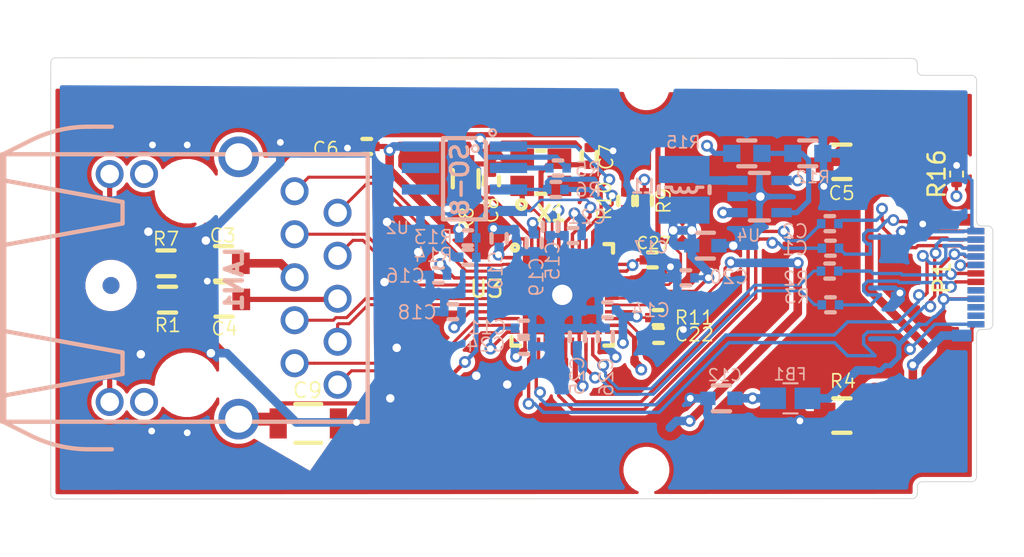
<source format=kicad_pcb>
(kicad_pcb (version 20171130) (host pcbnew "(5.1.10)-1")
  (layers (0 F.Cu mixed) (1 In1.Cu mixed hide) (2 In2.Cu mixed) (31 B.Cu mixed) (34 B.Paste user) (35 F.Paste user) (36 B.SilkS user) (37 F.SilkS user) (38 B.Mask user) (39 F.Mask user) (44 Edge.Cuts user))
  (net 0 "")
  (net 1 "Net-(C3-Pad1)")
  (net 2 GND)
  (net 3 "Net-(C4-Pad1)")
  (net 4 "Net-(C5-Pad1)")
  (net 5 +3V3)
  (net 6 "Net-(C7-Pad2)")
  (net 7 "Net-(C8-Pad1)")
  (net 8 "Net-(C9-Pad1)")
  (net 9 "Net-(C12-Pad1)")
  (net 10 /V12)
  (net 11 "Net-(LAN1-Pad12)")
  (net 12 "Net-(LAN1-Pad14)")
  (net 13 "Net-(R5-Pad2)")
  (net 14 "Net-(R6-Pad1)")
  (net 15 "Net-(R8-Pad1)")
  (net 16 "Net-(R10-Pad2)")
  (net 17 "Net-(R11-Pad1)")
  (net 18 "Net-(U2-Pad1)")
  (net 19 "Net-(U2-Pad6)")
  (net 20 "Net-(U2-Pad7)")
  (net 21 "Net-(U3-Pad39)")
  (net 22 /U3TX_P)
  (net 23 /U3TX_N)
  (net 24 /LED0)
  (net 25 /LED1)
  (net 26 /M3_N)
  (net 27 /M3_P)
  (net 28 /M2_N)
  (net 29 /M2_P)
  (net 30 /M1_N)
  (net 31 /M1_P)
  (net 32 /M0_N)
  (net 33 /M0_P)
  (net 34 /U2_P)
  (net 35 /U2_N)
  (net 36 "Net-(C22-Pad1)")
  (net 37 "Net-(L1-Pad1)")
  (net 38 "Net-(R12-Pad1)")
  (net 39 "Net-(U3-Pad36)")
  (net 40 /LED2)
  (net 41 U3STX_P)
  (net 42 U3STX_N)
  (net 43 VBUS)
  (net 44 U3SRX_P)
  (net 45 U3SRX_N)
  (net 46 "Net-(P1-PadB8)")
  (net 47 "Net-(P1-PadB5)")
  (net 48 "Net-(P1-PadB3)")
  (net 49 "Net-(P1-PadB2)")
  (net 50 "Net-(P1-PadA11)")
  (net 51 "Net-(P1-PadA10)")
  (net 52 "Net-(P1-PadA8)")
  (net 53 U2D_N)
  (net 54 U2D_P)
  (net 55 "Net-(P1-PadA5)")
  (module MountingHole:MountingHole_2.2mm_M2 (layer F.Cu) (at 88.47 58.14 270)
    (fp_text reference H1 hide)
    (fp_text value MountingHole)
    (pad 1 np_thru_hole circle (at 0 0 270) (size 2.2 2.2) (drill 2.2) (layers *.Cu *.Mask))
  )
  (module MountingHole:MountingHole_2.2mm_M2 (layer F.Cu) (at 88.47 80.74 270)
    (fp_text reference H2 hide)
    (fp_text value MountingHole)
    (pad 1 np_thru_hole circle (at 0 0 270) (size 2.2 2.2) (drill 2.2) (layers *.Cu *.Mask))
  )
  (module OLIMEX_IC-FP:SOT-23-5 (layer B.Cu) (at 95.15 64.6 180)
    (fp_text reference U4 (at 0.65 -2.3) (layer B.SilkS) (effects (font (size 0.7 0.7) (thickness 0.1)) (justify mirror)))
    (fp_text value "SY8089AAAC(SOT23-5)")
    (pad 1 smd rect (at 1.3 -0.95 180) (size 1.2 0.55) (layers B.Cu B.Paste B.Mask) (net 9 "Net-(C12-Pad1)") (clearance 0.0508))
    (pad 2 smd rect (at 1.3 0 180) (size 1.2 0.55) (layers B.Cu B.Paste B.Mask) (net 2 GND) (clearance 0.0508))
    (pad 3 smd rect (at 1.3 0.95 180) (size 1.2 0.55) (layers B.Cu B.Paste B.Mask) (net 37 "Net-(L1-Pad1)") (clearance 0.0508))
    (pad 5 smd rect (at -1.3 -0.95 180) (size 1.2 0.55) (layers B.Cu B.Paste B.Mask) (net 38 "Net-(R12-Pad1)") (clearance 0.0508))
    (pad 4 smd rect (at -1.3 0.95 180) (size 1.2 0.55) (layers B.Cu B.Paste B.Mask) (net 9 "Net-(C12-Pad1)") (clearance 0.0508))
  )
  (module OLIMEX_RLC-FP:R_0603_5MIL_DWS (layer B.Cu) (at 94.4 62.05)
    (fp_text reference R15 (at -3.75 -0.65) (layer B.SilkS) (effects (font (size 0.7 0.7) (thickness 0.1)) (justify mirror)))
    (fp_text value 1.1K/1%)
    (pad 2 smd rect (at 0.889 0) (size 1.016 1.016) (layers B.Cu B.Paste B.Mask) (net 38 "Net-(R12-Pad1)"))
    (pad 1 smd rect (at -0.889 0) (size 1.016 1.016) (layers B.Cu B.Paste B.Mask) (net 10 /V12))
  )
  (module OLIMEX_RLC-FP:R_0603_5MIL_DWS (layer B.Cu) (at 98 62.05)
    (fp_text reference R12 (at 0.3 1.4) (layer B.SilkS) (effects (font (size 0.7 0.7) (thickness 0.1)) (justify mirror)))
    (fp_text value 1.1K/1%)
    (pad 2 smd rect (at 0.889 0) (size 1.016 1.016) (layers B.Cu B.Paste B.Mask) (net 2 GND))
    (pad 1 smd rect (at -0.889 0) (size 1.016 1.016) (layers B.Cu B.Paste B.Mask) (net 38 "Net-(R12-Pad1)"))
  )
  (module OLIMEX_RLC-FP:CD32 (layer B.Cu) (at 90.7 64.2 270)
    (fp_text reference L1 (at -0.2 2.45 180) (layer B.SilkS) (effects (font (size 0.8 0.8)) (justify mirror)))
    (fp_text value 2.2uH)
    (pad 2 smd rect (at 1.2 0 90) (size 1.6 3) (layers B.Cu B.Paste B.Mask) (net 10 /V12) (clearance 0.0508))
    (pad 1 smd rect (at -1.2 0 90) (size 1.6 3) (layers B.Cu B.Paste B.Mask) (net 37 "Net-(L1-Pad1)") (clearance 0.0508))
  )
  (module OLIMEX_IC-FP:QFN48-6x6mm-OLIMEX_V2 (layer F.Cu) (at 83.5 70.4055 270)
    (fp_text reference U3 (at -0.3484 4.472) (layer F.SilkS))
    (fp_text value RTL8153VCCG)
    (pad 49 thru_hole oval (at 0 0 270) (size 1.8 1.8) (drill 1.2) (layers *.Cu B.Mask) (net 2 GND))
    (pad 49 smd rect (at 1.165 1.165 270) (size 2.33 2.33) (layers F.Cu F.Mask) (net 2 GND))
    (pad 49 smd rect (at -1.165 1.165 270) (size 2.33 2.33) (layers F.Cu F.Mask) (net 2 GND))
    (pad 49 smd rect (at -1.165 -1.165 270) (size 2.33 2.33) (layers F.Cu F.Mask) (net 2 GND))
    (pad 49 smd rect (at 1.165 -1.165 270) (size 2.33 2.33) (layers F.Cu F.Mask) (net 2 GND))
    (pad 48 smd rect (at -2.92 2.2 180) (size 0.2 0.8) (layers F.Cu F.Paste F.Mask) (net 5 +3V3))
    (pad 47 smd rect (at -2.92 1.8 180) (size 0.2 0.8) (layers F.Cu F.Paste F.Mask) (net 15 "Net-(R8-Pad1)"))
    (pad 46 smd rect (at -2.92 1.4 180) (size 0.2 0.8) (layers F.Cu F.Paste F.Mask) (net 10 /V12))
    (pad 45 smd rect (at -2.92 1 180) (size 0.2 0.8) (layers F.Cu F.Paste F.Mask) (net 7 "Net-(C8-Pad1)"))
    (pad 44 smd rect (at -2.92 0.6 180) (size 0.2 0.8) (layers F.Cu F.Paste F.Mask) (net 6 "Net-(C7-Pad2)"))
    (pad 43 smd rect (at -2.92 0.2 180) (size 0.2 0.8) (layers F.Cu F.Paste F.Mask) (net 5 +3V3))
    (pad 42 smd rect (at -2.92 -0.2 180) (size 0.2 0.8) (layers F.Cu F.Paste F.Mask) (net 10 /V12))
    (pad 41 smd rect (at -2.92 -0.6 180) (size 0.2 0.8) (layers F.Cu F.Paste F.Mask) (net 40 /LED2))
    (pad 40 smd rect (at -2.92 -1 180) (size 0.2 0.8) (layers F.Cu F.Paste F.Mask) (net 18 "Net-(U2-Pad1)"))
    (pad 39 smd rect (at -2.92 -1.4 180) (size 0.2 0.8) (layers F.Cu F.Paste F.Mask) (net 21 "Net-(U3-Pad39)"))
    (pad 38 smd rect (at -2.92 -1.8 180) (size 0.2 0.8) (layers F.Cu F.Paste F.Mask) (net 14 "Net-(R6-Pad1)"))
    (pad 37 smd rect (at -2.92 -2.2 180) (size 0.2 0.8) (layers F.Cu F.Paste F.Mask) (net 16 "Net-(R10-Pad2)"))
    (pad 36 smd rect (at -2.2 -2.92 90) (size 0.2 0.8) (layers F.Cu F.Paste F.Mask) (net 39 "Net-(U3-Pad36)"))
    (pad 35 smd rect (at -1.8 -2.92 90) (size 0.2 0.8) (layers F.Cu F.Paste F.Mask) (net 5 +3V3))
    (pad 34 smd rect (at -1.4 -2.92 90) (size 0.2 0.8) (layers F.Cu F.Paste F.Mask) (net 5 +3V3))
    (pad 33 smd rect (at -1 -2.92 90) (size 0.2 0.8) (layers F.Cu F.Paste F.Mask) (net 2 GND))
    (pad 32 smd rect (at -0.6 -2.92 90) (size 0.2 0.8) (layers F.Cu F.Paste F.Mask) (net 25 /LED1))
    (pad 31 smd rect (at -0.2 -2.92 90) (size 0.2 0.8) (layers F.Cu F.Paste F.Mask) (net 10 /V12))
    (pad 30 smd rect (at 0.2 -2.92 90) (size 0.2 0.8) (layers F.Cu F.Paste F.Mask) (net 24 /LED0))
    (pad 29 smd rect (at 0.6 -2.92 90) (size 0.2 0.8) (layers F.Cu F.Paste F.Mask) (net 17 "Net-(R11-Pad1)"))
    (pad 28 smd rect (at 1 -2.92 90) (size 0.2 0.8) (layers F.Cu F.Paste F.Mask) (net 5 +3V3))
    (pad 27 smd rect (at 1.4 -2.92 90) (size 0.2 0.8) (layers F.Cu F.Paste F.Mask) (net 36 "Net-(C22-Pad1)"))
    (pad 26 smd rect (at 1.8 -2.92 90) (size 0.2 0.8) (layers F.Cu F.Paste F.Mask) (net 9 "Net-(C12-Pad1)"))
    (pad 25 smd rect (at 2.2 -2.92 90) (size 0.2 0.8) (layers F.Cu F.Paste F.Mask) (net 5 +3V3))
    (pad 24 smd rect (at 2.92 -2.2) (size 0.2 0.8) (layers F.Cu F.Paste F.Mask) (net 10 /V12))
    (pad 23 smd rect (at 2.92 -1.8) (size 0.2 0.8) (layers F.Cu F.Paste F.Mask) (net 34 /U2_P))
    (pad 22 smd rect (at 2.92 -1.4) (size 0.2 0.8) (layers F.Cu F.Paste F.Mask) (net 35 /U2_N))
    (pad 21 smd rect (at 2.92 -1) (size 0.2 0.8) (layers F.Cu F.Paste F.Mask) (net 2 GND))
    (pad 20 smd rect (at 2.92 -0.6) (size 0.2 0.8) (layers F.Cu F.Paste F.Mask) (net 10 /V12))
    (pad 19 smd rect (at 2.92 -0.2) (size 0.2 0.8) (layers F.Cu F.Paste F.Mask) (net 23 /U3TX_N))
    (pad 18 smd rect (at 2.92 0.2) (size 0.2 0.8) (layers F.Cu F.Paste F.Mask) (net 22 /U3TX_P))
    (pad 17 smd rect (at 2.92 0.6) (size 0.2 0.8) (layers F.Cu F.Paste F.Mask) (net 2 GND))
    (pad 16 smd rect (at 2.92 1) (size 0.2 0.8) (layers F.Cu F.Paste F.Mask) (net 2 GND))
    (pad 15 smd rect (at 2.92 1.4) (size 0.2 0.8) (layers F.Cu F.Paste F.Mask) (net 45 U3SRX_N))
    (pad 14 smd rect (at 2.92 1.8) (size 0.2 0.8) (layers F.Cu F.Paste F.Mask) (net 44 U3SRX_P))
    (pad 13 smd rect (at 2.92 2.2) (size 0.2 0.8) (layers F.Cu F.Paste F.Mask) (net 10 /V12))
    (pad 12 smd rect (at 2.2 2.92 270) (size 0.2 0.8) (layers F.Cu F.Paste F.Mask) (net 5 +3V3))
    (pad 11 smd rect (at 1.8 2.92 270) (size 0.2 0.8) (layers F.Cu F.Paste F.Mask) (net 26 /M3_N))
    (pad 10 smd rect (at 1.4 2.92 270) (size 0.2 0.8) (layers F.Cu F.Paste F.Mask) (net 27 /M3_P))
    (pad 9 smd rect (at 1 2.92 270) (size 0.2 0.8) (layers F.Cu F.Paste F.Mask) (net 10 /V12))
    (pad 8 smd rect (at 0.6 2.92 270) (size 0.2 0.8) (layers F.Cu F.Paste F.Mask) (net 28 /M2_N))
    (pad 7 smd rect (at 0.2 2.92 270) (size 0.2 0.8) (layers F.Cu F.Paste F.Mask) (net 29 /M2_P))
    (pad 6 smd rect (at -0.2 2.92 270) (size 0.2 0.8) (layers F.Cu F.Paste F.Mask) (net 30 /M1_N))
    (pad 5 smd rect (at -0.6 2.92 270) (size 0.2 0.8) (layers F.Cu F.Paste F.Mask) (net 31 /M1_P))
    (pad 4 smd rect (at -1 2.92 270) (size 0.2 0.8) (layers F.Cu F.Paste F.Mask) (net 10 /V12))
    (pad 3 smd rect (at -1.4 2.92 270) (size 0.2 0.8) (layers F.Cu F.Paste F.Mask) (net 32 /M0_N))
    (pad 2 smd rect (at -1.8 2.92 270) (size 0.2 0.8) (layers F.Cu F.Paste F.Mask) (net 33 /M0_P))
    (pad 1 smd rect (at -2.2 2.92 270) (size 0.2 0.8) (layers F.Cu F.Paste F.Mask) (net 5 +3V3))
  )
  (module OLIMEX_RLC-FP:C_0402_5MIL_DWS (layer F.Cu) (at 88.8238 68.3387)
    (fp_text reference C27 (at 0.0762 -0.9887) (layer F.SilkS) (effects (font (size 0.7 0.7) (thickness 0.1))))
    (fp_text value 100nF)
    (pad 2 smd rect (at 0.508 0) (size 0.5 0.55) (layers F.Cu F.Paste F.Mask) (net 2 GND))
    (pad 1 smd rect (at -0.508 0 180) (size 0.5 0.55) (layers F.Cu F.Paste F.Mask) (net 5 +3V3))
  )
  (module OLIMEX_Other-FP:via_0.5_0.6 (layer F.Cu) (at 62.45 67.2)
    (fp_text reference REF** hide)
    (fp_text value via_0.5_0.6)
    (pad 1 thru_hole circle (at 0 0) (size 0.6 0.6) (drill 0.5) (layers *.Cu) (net 2 GND))
  )
  (module OLIMEX_Other-FP:via_0.5_0.6 (layer F.Cu) (at 59.055 66.675)
    (fp_text reference REF** hide)
    (fp_text value via_0.5_0.6)
    (pad 1 thru_hole circle (at 0 0) (size 0.6 0.6) (drill 0.5) (layers *.Cu) (net 2 GND))
  )
  (module OLIMEX_Other-FP:via_0.5_0.6 (layer F.Cu) (at 58.6105 73.914)
    (fp_text reference REF** hide)
    (fp_text value via_0.5_0.6)
    (pad 1 thru_hole circle (at 0 0) (size 0.6 0.6) (drill 0.5) (layers *.Cu) (net 2 GND))
  )
  (module OLIMEX_Other-FP:via_0.5_0.6 (layer F.Cu) (at 62.75 73.85)
    (fp_text reference REF** hide)
    (fp_text value via_0.5_0.6)
    (pad 1 thru_hole circle (at 0 0) (size 0.6 0.6) (drill 0.5) (layers *.Cu) (net 2 GND))
  )
  (module OLIMEX_Other-FP:via_0.5_0.6 (layer F.Cu) (at 73.3425 76.5175)
    (fp_text reference REF** hide)
    (fp_text value via_0.5_0.6)
    (pad 1 thru_hole circle (at 0 0) (size 0.6 0.6) (drill 0.5) (layers *.Cu) (net 2 GND))
  )
  (module OLIMEX_Other-FP:via_0.5_0.6 (layer F.Cu) (at 74.9935 67.8815)
    (fp_text reference REF** hide)
    (fp_text value via_0.5_0.6)
    (pad 1 thru_hole circle (at 0 0) (size 0.6 0.6) (drill 0.5) (layers *.Cu) (net 2 GND))
  )
  (module OLIMEX_Other-FP:via_0.5_0.6 (layer F.Cu) (at 91.15 66.6)
    (fp_text reference REF** hide)
    (fp_text value via_0.5_0.6)
    (pad 1 thru_hole circle (at 0 0) (size 0.6 0.6) (drill 0.5) (layers *.Cu) (net 10 /V12))
  )
  (module OLIMEX_Other-FP:via_0.5_0.6 (layer F.Cu) (at 90.05 66.6)
    (fp_text reference REF** hide)
    (fp_text value via_0.5_0.6)
    (pad 1 thru_hole circle (at 0 0) (size 0.6 0.6) (drill 0.5) (layers *.Cu) (net 10 /V12))
  )
  (module OLIMEX_Other-FP:via_0.5_0.6 (layer F.Cu) (at 80.25 75.7)
    (fp_text reference REF** hide)
    (fp_text value via_0.5_0.6)
    (pad 1 thru_hole circle (at 0 0) (size 0.6 0.6) (drill 0.5) (layers *.Cu) (net 2 GND))
  )
  (module OLIMEX_Other-FP:via_0.5_0.6 (layer F.Cu) (at 78.4225 75.184)
    (fp_text reference REF** hide)
    (fp_text value via_0.5_0.6)
    (pad 1 thru_hole circle (at 0 0) (size 0.6 0.6) (drill 0.5) (layers *.Cu) (net 2 GND))
  )
  (module OLIMEX_Other-FP:via_0.5_0.6 (layer F.Cu) (at 93.6 67.5)
    (fp_text reference REF** hide)
    (fp_text value via_0.5_0.6)
    (pad 1 thru_hole circle (at 0 0) (size 0.6 0.6) (drill 0.5) (layers *.Cu) (net 2 GND))
  )
  (module OLIMEX_Other-FP:via_0.5_0.6 (layer F.Cu) (at 95.2 64.6)
    (fp_text reference REF** hide)
    (fp_text value via_0.5_0.6)
    (pad 1 thru_hole circle (at 0 0) (size 0.6 0.6) (drill 0.5) (layers *.Cu) (net 2 GND))
  )
  (module OLIMEX_Other-FP:via_0.5_0.6 (layer F.Cu) (at 73.15 66.1)
    (fp_text reference REF** hide)
    (fp_text value via_0.5_0.6)
    (pad 1 thru_hole circle (at 0 0) (size 0.6 0.6) (drill 0.5) (layers *.Cu) (net 2 GND))
  )
  (module OLIMEX_Other-FP:via_0.5_0.6 (layer F.Cu) (at 73 69.65)
    (fp_text reference REF** hide)
    (fp_text value via_0.5_0.6)
    (pad 1 thru_hole circle (at 0 0) (size 0.6 0.6) (drill 0.5) (layers *.Cu) (net 2 GND))
  )
  (module OLIMEX_Other-FP:via_0.5_0.6 (layer F.Cu) (at 73.7235 73.533)
    (fp_text reference REF** hide)
    (fp_text value via_0.5_0.6)
    (pad 1 thru_hole circle (at 0 0) (size 0.6 0.6) (drill 0.5) (layers *.Cu) (net 2 GND))
  )
  (module OLIMEX_RLC-FP:R_0402_5MIL_DWS (layer F.Cu) (at 89.15 71.75 180)
    (fp_text reference R11 (at -2.15 0) (layer F.SilkS) (effects (font (size 0.8 0.8) (thickness 0.1))))
    (fp_text value 2.2K)
    (pad 2 smd rect (at 0.508 0 180) (size 0.5 0.55) (layers F.Cu F.Paste F.Mask) (net 5 +3V3))
    (pad 1 smd rect (at -0.508 0) (size 0.5 0.55) (layers F.Cu F.Paste F.Mask) (net 17 "Net-(R11-Pad1)"))
  )
  (module OLIMEX_Other-FP:Fiducial1x3_transp (layer B.Cu) (at 56.85 69.85)
    (fp_text reference Ref** hide)
    (fp_text value Val**)
    (pad Fid1 connect circle (at 0 0) (size 1 1) (layers B.Cu B.Mask) (clearance 1.016))
  )
  (module OLIMEX_Other-FP:Fiducial1x3_transp (layer F.Cu) (at 56.85 69.85)
    (fp_text reference Ref** hide)
    (fp_text value Val**)
    (pad Fid1 connect circle (at 0 0) (size 1 1) (layers F.Cu F.Mask) (clearance 1.016))
  )
  (module OLIMEX_RLC-FP:C_0402_5MIL_DWS (layer B.Cu) (at 99.3394 67.65)
    (fp_text reference C1 (at -2.0894 0) (layer B.SilkS) (effects (font (size 0.8 0.8) (thickness 0.1)) (justify mirror)))
    (fp_text value 100nF)
    (pad 2 smd rect (at 0.508 0) (size 0.5 0.55) (layers B.Cu B.Paste B.Mask) (net 41 U3STX_P))
    (pad 1 smd rect (at -0.508 0 180) (size 0.5 0.55) (layers B.Cu B.Paste B.Mask) (net 22 /U3TX_P))
  )
  (module OLIMEX_RLC-FP:C_0402_5MIL_DWS (layer B.Cu) (at 99.3 66.2)
    (fp_text reference C2 (at -2.05 0.45) (layer B.SilkS) (effects (font (size 0.8 0.8) (thickness 0.1)) (justify mirror)))
    (fp_text value 100nF)
    (pad 2 smd rect (at 0.508 0) (size 0.5 0.55) (layers B.Cu B.Paste B.Mask) (net 42 U3STX_N))
    (pad 1 smd rect (at -0.508 0 180) (size 0.5 0.55) (layers B.Cu B.Paste B.Mask) (net 23 /U3TX_N))
  )
  (module OLIMEX_RLC-FP:C_0805_5MIL_DWS (layer F.Cu) (at 63.5 68.5419 180)
    (fp_text reference C3 (at 0.05 1.6419 180) (layer F.SilkS) (effects (font (size 0.8 0.8) (thickness 0.1))))
    (fp_text value 100nF)
    (pad 2 smd rect (at 1.016 0) (size 1.05 1.27) (layers F.Cu F.Paste F.Mask) (net 2 GND))
    (pad 1 smd rect (at -1.016 0 180) (size 1.05 1.27) (layers F.Cu F.Paste F.Mask) (net 1 "Net-(C3-Pad1)"))
  )
  (module OLIMEX_RLC-FP:C_0805_5MIL_DWS (layer F.Cu) (at 63.5254 70.6755 180)
    (fp_text reference C4 (at -0.0246 -1.7245 180) (layer F.SilkS) (effects (font (size 0.8 0.8) (thickness 0.1))))
    (fp_text value 100nF)
    (pad 2 smd rect (at 1.016 0) (size 1.05 1.27) (layers F.Cu F.Paste F.Mask) (net 2 GND))
    (pad 1 smd rect (at -1.016 0 180) (size 1.05 1.27) (layers F.Cu F.Paste F.Mask) (net 3 "Net-(C4-Pad1)"))
  )
  (module OLIMEX_RLC-FP:C_0805_5MIL_DWS (layer F.Cu) (at 100.0125 62.5475 180)
    (fp_text reference C5 (at 0.0125 -1.8525 180) (layer F.SilkS) (effects (font (size 0.8 0.8) (thickness 0.1))))
    (fp_text value 100nF/50V)
    (pad 2 smd rect (at 1.016 0) (size 1.05 1.27) (layers F.Cu F.Paste F.Mask) (net 2 GND))
    (pad 1 smd rect (at -1.016 0 180) (size 1.05 1.27) (layers F.Cu F.Paste F.Mask) (net 4 "Net-(C5-Pad1)"))
  )
  (module OLIMEX_RLC-FP:C_0402_5MIL_DWS (layer F.Cu) (at 71.9535 61.6425)
    (fp_text reference C6 (at -2.421 0.143) (layer F.SilkS) (effects (font (size 0.8 0.8) (thickness 0.1))))
    (fp_text value n.a.)
    (pad 2 smd rect (at 0.508 0) (size 0.5 0.55) (layers F.Cu F.Paste F.Mask) (net 5 +3V3))
    (pad 1 smd rect (at -0.508 0 180) (size 0.5 0.55) (layers F.Cu F.Paste F.Mask) (net 2 GND))
  )
  (module OLIMEX_RLC-FP:C_0402_5MIL_DWS (layer F.Cu) (at 85.098 62.214 270)
    (fp_text reference C7 (at 0.0541 -1.008 270) (layer F.SilkS) (effects (font (size 0.8 0.8) (thickness 0.1))))
    (fp_text value "39 pF")
    (pad 2 smd rect (at 0.508 0 270) (size 0.5 0.55) (layers F.Cu F.Paste F.Mask) (net 6 "Net-(C7-Pad2)"))
    (pad 1 smd rect (at -0.508 0 90) (size 0.5 0.55) (layers F.Cu F.Paste F.Mask) (net 2 GND))
  )
  (module OLIMEX_RLC-FP:C_0402_5MIL_DWS (layer F.Cu) (at 79.3195 63.6745 90)
    (fp_text reference C8 (at -1.7305 -0.008 90) (layer F.SilkS) (effects (font (size 0.8 0.8) (thickness 0.1))))
    (fp_text value "39 pF")
    (pad 2 smd rect (at 0.508 0 90) (size 0.5 0.55) (layers F.Cu F.Paste F.Mask) (net 2 GND))
    (pad 1 smd rect (at -0.508 0 270) (size 0.5 0.55) (layers F.Cu F.Paste F.Mask) (net 7 "Net-(C8-Pad1)"))
  )
  (module OLIMEX_RLC-FP:C_1206_5MIL_DWS_ISO (layer F.Cu) (at 68.5 78)
    (fp_text reference C9 (at -0.05 -1.95) (layer F.SilkS) (effects (font (size 0.9 0.9) (thickness 0.1))))
    (fp_text value 1nF/2kV/X7R)
    (pad 2 smd rect (at 1.778 0) (size 1.016 1.778) (layers F.Cu F.Paste F.Mask) (net 2 GND))
    (pad 1 smd rect (at -1.778 0) (size 1.016 1.778) (layers F.Cu F.Paste F.Mask) (net 8 "Net-(C9-Pad1)"))
  )
  (module OLIMEX_RLC-FP:C_0402_5MIL_DWS (layer B.Cu) (at 79.7687 67.0687 270)
    (fp_text reference C10 (at 1.8923 0.2032 270) (layer B.SilkS) (effects (font (size 0.8 0.8) (thickness 0.1)) (justify mirror)))
    (fp_text value 100nF)
    (pad 2 smd rect (at 0.508 0 270) (size 0.5 0.55) (layers B.Cu B.Paste B.Mask) (net 5 +3V3))
    (pad 1 smd rect (at -0.508 0 90) (size 0.5 0.55) (layers B.Cu B.Paste B.Mask) (net 2 GND))
  )
  (module OLIMEX_RLC-FP:C_0402_5MIL_DWS (layer B.Cu) (at 81.2165 72.374 180)
    (fp_text reference C11 (at 2.159 0.0475 180) (layer B.SilkS) (effects (font (size 0.8 0.8) (thickness 0.1)) (justify mirror)))
    (fp_text value 100nF)
    (pad 2 smd rect (at 0.508 0 180) (size 0.5 0.55) (layers B.Cu B.Paste B.Mask) (net 5 +3V3))
    (pad 1 smd rect (at -0.508 0) (size 0.5 0.55) (layers B.Cu B.Paste B.Mask) (net 2 GND))
  )
  (module OLIMEX_RLC-FP:C_0603_5MIL_DWS (layer B.Cu) (at 92.9005 76.5175 180)
    (fp_text reference C12 (at -0.1995 1.3675 180) (layer B.SilkS) (effects (font (size 0.7 0.7) (thickness 0.1)) (justify mirror)))
    (fp_text value 2.2uF)
    (pad 2 smd rect (at 0.8 0 90) (size 0.8 0.9) (layers B.Cu B.Paste B.Mask) (net 2 GND) (clearance 0.0508))
    (pad 1 smd rect (at -0.8 0 90) (size 0.8 0.9) (layers B.Cu B.Paste B.Mask) (net 9 "Net-(C12-Pad1)") (clearance 0.0508))
  )
  (module OLIMEX_RLC-FP:C_0402_5MIL_DWS (layer B.Cu) (at 86.1695 71.2945)
    (fp_text reference C14 (at 2.54 0.016) (layer B.SilkS) (effects (font (size 0.8 0.8) (thickness 0.1)) (justify mirror)))
    (fp_text value 100nF)
    (pad 2 smd rect (at 0.508 0) (size 0.5 0.55) (layers B.Cu B.Paste B.Mask) (net 5 +3V3))
    (pad 1 smd rect (at -0.508 0 180) (size 0.5 0.55) (layers B.Cu B.Paste B.Mask) (net 2 GND))
  )
  (module OLIMEX_RLC-FP:C_0402_5MIL_DWS (layer B.Cu) (at 82.7913 66.3829 90)
    (fp_text reference C15 (at -2.0066 0.1397 90) (layer B.SilkS) (effects (font (size 0.8 0.8) (thickness 0.1)) (justify mirror)))
    (fp_text value 100nF)
    (pad 2 smd rect (at 0.508 0 90) (size 0.5 0.55) (layers B.Cu B.Paste B.Mask) (net 5 +3V3))
    (pad 1 smd rect (at -0.508 0 270) (size 0.5 0.55) (layers B.Cu B.Paste B.Mask) (net 2 GND))
  )
  (module OLIMEX_RLC-FP:C_0402_5MIL_DWS (layer B.Cu) (at 76.1873 69.2404)
    (fp_text reference C16 (at -1.9558 0.0381) (layer B.SilkS) (effects (font (size 0.8 0.8) (thickness 0.1)) (justify mirror)))
    (fp_text value 100nF)
    (pad 2 smd rect (at 0.508 0) (size 0.5 0.55) (layers B.Cu B.Paste B.Mask) (net 10 /V12))
    (pad 1 smd rect (at -0.508 0 180) (size 0.5 0.55) (layers B.Cu B.Paste B.Mask) (net 2 GND))
  )
  (module OLIMEX_RLC-FP:C_0603_5MIL_DWS (layer B.Cu) (at 91.95 67.5)
    (fp_text reference C17 (at -3.2 0.1) (layer B.SilkS) (effects (font (size 0.7 0.7) (thickness 0.1)) (justify mirror)))
    (fp_text value 2.2uF)
    (pad 2 smd rect (at 0.8 0 270) (size 0.8 0.9) (layers B.Cu B.Paste B.Mask) (net 2 GND) (clearance 0.0508))
    (pad 1 smd rect (at -0.8 0 270) (size 0.8 0.9) (layers B.Cu B.Paste B.Mask) (net 10 /V12) (clearance 0.0508))
  )
  (module OLIMEX_RLC-FP:C_0402_5MIL_DWS (layer B.Cu) (at 77.0382 71.3994)
    (fp_text reference C18 (at -2.1082 0.0381) (layer B.SilkS) (effects (font (size 0.8 0.8) (thickness 0.1)) (justify mirror)))
    (fp_text value 100nF)
    (pad 2 smd rect (at 0.508 0) (size 0.5 0.55) (layers B.Cu B.Paste B.Mask) (net 10 /V12))
    (pad 1 smd rect (at -0.508 0 180) (size 0.5 0.55) (layers B.Cu B.Paste B.Mask) (net 2 GND))
  )
  (module OLIMEX_RLC-FP:C_0402_5MIL_DWS (layer B.Cu) (at 81.8388 67.3354 90)
    (fp_text reference C19 (at -2.0066 0.1397 90) (layer B.SilkS) (effects (font (size 0.8 0.8) (thickness 0.1)) (justify mirror)))
    (fp_text value 100nF)
    (pad 2 smd rect (at 0.508 0 90) (size 0.5 0.55) (layers B.Cu B.Paste B.Mask) (net 10 /V12))
    (pad 1 smd rect (at -0.508 0 270) (size 0.5 0.55) (layers B.Cu B.Paste B.Mask) (net 2 GND))
  )
  (module OLIMEX_RLC-FP:C_0402_5MIL_DWS (layer B.Cu) (at 90.8 69.4)
    (fp_text reference C20 (at 2.54 -0.0475) (layer B.SilkS) (effects (font (size 0.8 0.8) (thickness 0.1)) (justify mirror)))
    (fp_text value 100nF)
    (pad 2 smd rect (at 0.508 0) (size 0.5 0.55) (layers B.Cu B.Paste B.Mask) (net 10 /V12))
    (pad 1 smd rect (at -0.508 0 180) (size 0.5 0.55) (layers B.Cu B.Paste B.Mask) (net 2 GND))
  )
  (module OLIMEX_RLC-FP:C_0402_5MIL_DWS (layer B.Cu) (at 84.1375 66.9036)
    (fp_text reference C21 (at 0.8128 -1.1049) (layer B.SilkS) (effects (font (size 0.8 0.8) (thickness 0.1)) (justify mirror)))
    (fp_text value 100nF)
    (pad 2 smd rect (at 0.508 0) (size 0.5 0.55) (layers B.Cu B.Paste B.Mask) (net 10 /V12))
    (pad 1 smd rect (at -0.508 0 180) (size 0.5 0.55) (layers B.Cu B.Paste B.Mask) (net 2 GND))
  )
  (module OLIMEX_RLC-FP:C_0402_5MIL_DWS (layer F.Cu) (at 89.1874 72.8)
    (fp_text reference C22 (at 2.1126 -0.05) (layer F.SilkS) (effects (font (size 0.8 0.8) (thickness 0.1))))
    (fp_text value 100nF)
    (pad 2 smd rect (at 0.508 0) (size 0.5 0.55) (layers F.Cu F.Paste F.Mask) (net 2 GND))
    (pad 1 smd rect (at -0.508 0 180) (size 0.5 0.55) (layers F.Cu F.Paste F.Mask) (net 36 "Net-(C22-Pad1)"))
  )
  (module OLIMEX_RLC-FP:C_0402_5MIL_DWS (layer B.Cu) (at 81.2165 73.4535 180)
    (fp_text reference C24 (at 2.2225 0.111 180) (layer B.SilkS) (effects (font (size 0.8 0.8) (thickness 0.1)) (justify mirror)))
    (fp_text value 100nF)
    (pad 2 smd rect (at 0.508 0 180) (size 0.5 0.55) (layers B.Cu B.Paste B.Mask) (net 10 /V12))
    (pad 1 smd rect (at -0.508 0) (size 0.5 0.55) (layers B.Cu B.Paste B.Mask) (net 2 GND))
  )
  (module OLIMEX_RLC-FP:C_0402_5MIL_DWS (layer B.Cu) (at 84.3915 72.882 270)
    (fp_text reference C25 (at 2.302 0 270) (layer B.SilkS) (effects (font (size 0.8 0.8) (thickness 0.1)) (justify mirror)))
    (fp_text value 100nF)
    (pad 2 smd rect (at 0.508 0 270) (size 0.5 0.55) (layers B.Cu B.Paste B.Mask) (net 10 /V12))
    (pad 1 smd rect (at -0.508 0 90) (size 0.5 0.55) (layers B.Cu B.Paste B.Mask) (net 2 GND))
  )
  (module OLIMEX_RLC-FP:C_0402_5MIL_DWS (layer B.Cu) (at 86.0425 72.882 270)
    (fp_text reference C26 (at 2.3655 -0.0635 270) (layer B.SilkS) (effects (font (size 0.8 0.8) (thickness 0.1)) (justify mirror)))
    (fp_text value 100nF)
    (pad 2 smd rect (at 0.508 0 270) (size 0.5 0.55) (layers B.Cu B.Paste B.Mask) (net 10 /V12))
    (pad 1 smd rect (at -0.508 0 90) (size 0.5 0.55) (layers B.Cu B.Paste B.Mask) (net 2 GND))
  )
  (module OLIMEX_RLC-FP:L_0805_5MIL_DWS (layer B.Cu) (at 96.964501 76.5175 180)
    (fp_text reference FB1 (at 0.014501 1.4175 180) (layer B.SilkS) (effects (font (size 0.7 0.7) (thickness 0.1)) (justify mirror)))
    (fp_text value FB0805)
    (pad 1 smd rect (at -1.016 0 180) (size 1.524 1.27) (layers B.Cu B.Paste B.Mask) (net 43 VBUS) (clearance 0.0508))
    (pad 2 smd rect (at 1.016 0 180) (size 1.524 1.27) (layers B.Cu B.Paste B.Mask) (net 9 "Net-(C12-Pad1)") (clearance 0.0508))
  )
  (module OLIMEX_Connectors-FP:TM211Q01FM22 (layer B.Cu) (at 61.3415 70 270)
    (fp_text reference LAN1 (at -0.5183 -2.7808 270) (layer B.SilkS) (effects (font (size 1.016 1.016) (thickness 0.254)) (justify mirror)))
    (fp_text value TM211Q01FM22)
    (pad "" np_thru_hole circle (at 5.715 0 270) (size 3.3 3.3) (drill 3.3) (layers *.Cu *.Mask))
    (pad "" np_thru_hole circle (at -5.715 0 270) (size 3.3 3.3) (drill 3.3) (layers *.Cu *.Mask))
    (pad SH2 thru_hole circle (at 7.747 -3.048 270) (size 2.4 2.4) (drill 1.6) (layers *.Cu *.Mask) (net 8 "Net-(C9-Pad1)"))
    (pad SH1 thru_hole circle (at -7.747 -3.048 270) (size 2.4 2.4) (drill 1.6) (layers *.Cu *.Mask) (net 8 "Net-(C9-Pad1)"))
    (pad 14 thru_hole circle (at 6.731 4.572 270) (size 1.65 1.65) (drill 1.1) (layers *.Cu *.Mask) (net 12 "Net-(LAN1-Pad14)"))
    (pad 13 thru_hole circle (at 6.731 2.54 270) (size 1.65 1.65) (drill 1.1) (layers *.Cu *.Mask) (net 5 +3V3))
    (pad 12 thru_hole circle (at -6.731 4.572 270) (size 1.65 1.65) (drill 1.1) (layers *.Cu *.Mask) (net 11 "Net-(LAN1-Pad12)"))
    (pad 11 thru_hole circle (at -6.731 2.54 270) (size 1.65 1.65) (drill 1.1) (layers *.Cu *.Mask) (net 24 /LED0))
    (pad 10 thru_hole circle (at 5.715 -8.89 270) (size 1.65 1.65) (drill 1.1) (layers *.Cu *.Mask) (net 26 /M3_N))
    (pad 9 thru_hole circle (at 4.445 -6.35 270) (size 1.65 1.65) (drill 1.1) (layers *.Cu *.Mask) (net 27 /M3_P))
    (pad 8 thru_hole circle (at 3.175 -8.89 270) (size 1.65 1.65) (drill 1.1) (layers *.Cu *.Mask) (net 28 /M2_N))
    (pad 7 thru_hole circle (at 1.905 -6.35 270) (size 1.65 1.65) (drill 1.1) (layers *.Cu *.Mask) (net 29 /M2_P))
    (pad 6 thru_hole circle (at 0.635 -8.89 270) (size 1.65 1.65) (drill 1.1) (layers *.Cu *.Mask) (net 3 "Net-(C4-Pad1)"))
    (pad 5 thru_hole circle (at -0.635 -6.35 270) (size 1.65 1.65) (drill 1.1) (layers *.Cu *.Mask) (net 1 "Net-(C3-Pad1)"))
    (pad 4 thru_hole circle (at -1.905 -8.89 270) (size 1.65 1.65) (drill 1.1) (layers *.Cu *.Mask) (net 30 /M1_N))
    (pad 3 thru_hole circle (at -3.175 -6.35 270) (size 1.65 1.65) (drill 1.1) (layers *.Cu *.Mask) (net 31 /M1_P))
    (pad 2 thru_hole circle (at -4.445 -8.89 270) (size 1.65 1.65) (drill 1.1) (layers *.Cu *.Mask) (net 32 /M0_N))
    (pad 1 thru_hole circle (at -5.715 -6.35 270) (size 1.65 1.65) (drill 1.1) (layers *.Cu *.Mask) (net 33 /M0_P))
  )
  (module OLIMEX_RLC-FP:R_0402_5MIL_DWS (layer B.Cu) (at 99.2886 68.9991)
    (fp_text reference R2 (at -1.9886 0.4509) (layer B.SilkS) (effects (font (size 0.8 0.8) (thickness 0.1)) (justify mirror)))
    (fp_text value 22R)
    (pad 2 smd rect (at 0.508 0) (size 0.5 0.55) (layers B.Cu B.Paste B.Mask) (net 54 U2D_P))
    (pad 1 smd rect (at -0.508 0 180) (size 0.5 0.55) (layers B.Cu B.Paste B.Mask) (net 34 /U2_P))
  )
  (module OLIMEX_RLC-FP:R_0402_5MIL_DWS (layer B.Cu) (at 99.3394 70.993)
    (fp_text reference R3 (at -1.9894 -0.493) (layer B.SilkS) (effects (font (size 0.8 0.8) (thickness 0.1)) (justify mirror)))
    (fp_text value 22R)
    (pad 2 smd rect (at 0.508 0) (size 0.5 0.55) (layers B.Cu B.Paste B.Mask) (net 53 U2D_N))
    (pad 1 smd rect (at -0.508 0 180) (size 0.5 0.55) (layers B.Cu B.Paste B.Mask) (net 35 /U2_N))
  )
  (module OLIMEX_RLC-FP:R_0805_5MIL_DWS (layer F.Cu) (at 100.0125 77.5335 180)
    (fp_text reference R4 (at -0.0635 2.032 180) (layer F.SilkS) (effects (font (size 0.8 0.8) (thickness 0.1))))
    (fp_text value 10R)
    (pad 2 smd rect (at 1.016 0 270) (size 1.524 1.27) (layers F.Cu F.Paste F.Mask) (net 2 GND))
    (pad 1 smd rect (at -1.016 0 270) (size 1.524 1.27) (layers F.Cu F.Paste F.Mask) (net 4 "Net-(C5-Pad1)"))
  )
  (module OLIMEX_RLC-FP:R_0402_5MIL_DWS (layer B.Cu) (at 83.2485 62.9125 180)
    (fp_text reference R5 (at -1.778 -0.0795 180) (layer B.SilkS) (effects (font (size 0.8 0.8) (thickness 0.1)) (justify mirror)))
    (fp_text value n.a.)
    (pad 2 smd rect (at 0.508 0 180) (size 0.5 0.55) (layers B.Cu B.Paste B.Mask) (net 13 "Net-(R5-Pad2)"))
    (pad 1 smd rect (at -0.508 0) (size 0.5 0.55) (layers B.Cu B.Paste B.Mask) (net 25 /LED1))
  )
  (module OLIMEX_RLC-FP:R_0402_5MIL_DWS (layer B.Cu) (at 83.1215 64.1825)
    (fp_text reference R6 (at 1.905 0.016) (layer B.SilkS) (effects (font (size 0.8 0.8) (thickness 0.1)) (justify mirror)))
    (fp_text value n.a.)
    (pad 2 smd rect (at 0.508 0) (size 0.5 0.55) (layers B.Cu B.Paste B.Mask) (net 2 GND))
    (pad 1 smd rect (at -0.508 0 180) (size 0.5 0.55) (layers B.Cu B.Paste B.Mask) (net 14 "Net-(R6-Pad1)"))
  )
  (module OLIMEX_RLC-FP:R_0603_5MIL_DWS (layer F.Cu) (at 77.7955 63.5475 90)
    (fp_text reference R8 (at -2.429 0.0555 90) (layer F.SilkS) (effects (font (size 0.8 0.8) (thickness 0.1))))
    (fp_text value 2.49K/1%)
    (pad 2 smd rect (at 0.889 0 90) (size 1.016 1.016) (layers F.Cu F.Paste F.Mask) (net 2 GND))
    (pad 1 smd rect (at -0.889 0 90) (size 1.016 1.016) (layers F.Cu F.Paste F.Mask) (net 15 "Net-(R8-Pad1)"))
  )
  (module OLIMEX_RLC-FP:R_0402_5MIL_DWS (layer F.Cu) (at 88.35 64.85 270)
    (fp_text reference R9 (at 0 -1.143 270) (layer F.SilkS) (effects (font (size 0.8 0.8) (thickness 0.1))))
    (fp_text value 2.2K)
    (pad 2 smd rect (at 0.508 0 270) (size 0.5 0.55) (layers F.Cu F.Paste F.Mask) (net 16 "Net-(R10-Pad2)"))
    (pad 1 smd rect (at -0.508 0 90) (size 0.5 0.55) (layers F.Cu F.Paste F.Mask) (net 5 +3V3))
  )
  (module OLIMEX_RLC-FP:R_0402_5MIL_DWS (layer F.Cu) (at 87.249 64.85 270)
    (fp_text reference R10 (at 0 1.262 90) (layer F.SilkS) (effects (font (size 0.8 0.8) (thickness 0.1))))
    (fp_text value dnp)
    (pad 2 smd rect (at 0.508 0 270) (size 0.5 0.55) (layers F.Cu F.Paste F.Mask) (net 16 "Net-(R10-Pad2)"))
    (pad 1 smd rect (at -0.508 0 90) (size 0.5 0.55) (layers F.Cu F.Paste F.Mask) (net 2 GND))
  )
  (module OLIMEX_RLC-FP:R_0402_5MIL_DWS (layer B.Cu) (at 77.9145 67.04)
    (fp_text reference R13 (at -2.032 -0.0475) (layer B.SilkS) (effects (font (size 0.8 0.8) (thickness 0.1)) (justify mirror)))
    (fp_text value n.a.)
    (pad 2 smd rect (at 0.508 0) (size 0.5 0.55) (layers B.Cu B.Paste B.Mask) (net 40 /LED2))
    (pad 1 smd rect (at -0.508 0 180) (size 0.5 0.55) (layers B.Cu B.Paste B.Mask) (net 5 +3V3))
  )
  (module OLIMEX_RLC-FP:R_0402_5MIL_DWS (layer B.Cu) (at 77.9145 68.183 180)
    (fp_text reference R14 (at 2.032 0.133 180) (layer B.SilkS) (effects (font (size 0.8 0.8) (thickness 0.1)) (justify mirror)))
    (fp_text value n.a.)
    (pad 2 smd rect (at 0.508 0 180) (size 0.5 0.55) (layers B.Cu B.Paste B.Mask) (net 2 GND))
    (pad 1 smd rect (at -0.508 0) (size 0.5 0.55) (layers B.Cu B.Paste B.Mask) (net 40 /LED2))
  )
  (module OLIMEX_IC-FP:SO-8 (layer B.Cu) (at 77.724 63.5475 270)
    (fp_text reference U2 (at 2.9025 3.974 180) (layer B.SilkS) (effects (font (size 0.7 0.7) (thickness 0.1)) (justify mirror)))
    (fp_text value "n.a.(93LC46)")
    (fp_text user SO-8 (at 0.05588 0.27178 270) (layer B.SilkS) (effects (font (size 1.016 1.016) (thickness 0.2032)) (justify mirror)))
    (pad 8 smd rect (at -1.905 2.6 270) (size 0.6 2.2) (layers B.Cu B.Paste B.Mask) (net 5 +3V3) (clearance 0.0508))
    (pad 7 smd rect (at -0.635 2.6 270) (size 0.6 2.2) (layers B.Cu B.Paste B.Mask) (net 20 "Net-(U2-Pad7)") (clearance 0.0508))
    (pad 6 smd rect (at 0.635 2.6 270) (size 0.6 2.2) (layers B.Cu B.Paste B.Mask) (net 19 "Net-(U2-Pad6)") (clearance 0.0508))
    (pad 5 smd rect (at 1.905 2.6 270) (size 0.6 2.2) (layers B.Cu B.Paste B.Mask) (net 2 GND) (clearance 0.0508))
    (pad 4 smd rect (at 1.905 -2.6 270) (size 0.6 2.2) (layers B.Cu B.Paste B.Mask) (net 40 /LED2) (clearance 0.0508))
    (pad 3 smd rect (at 0.635 -2.6 270) (size 0.6 2.2) (layers B.Cu B.Paste B.Mask) (net 14 "Net-(R6-Pad1)") (clearance 0.0508))
    (pad 2 smd rect (at -0.635 -2.6 270) (size 0.6 2.2) (layers B.Cu B.Paste B.Mask) (net 13 "Net-(R5-Pad2)") (clearance 0.0508))
    (pad 1 smd rect (at -1.905 -2.6 270) (size 0.6 2.2) (layers B.Cu B.Paste B.Mask) (net 18 "Net-(U2-Pad1)") (clearance 0.0508))
  )
  (module OLIMEX_RLC-FP:R_0603_5MIL_DWS (layer F.Cu) (at 60.1853 70.6882)
    (fp_text reference R1 (at 0.0147 1.5118) (layer F.SilkS) (effects (font (size 0.8 0.8) (thickness 0.1))))
    (fp_text value 1K)
    (pad 2 smd rect (at 0.889 0) (size 1.016 1.016) (layers F.Cu F.Paste F.Mask) (net 40 /LED2))
    (pad 1 smd rect (at -0.889 0) (size 1.016 1.016) (layers F.Cu F.Paste F.Mask) (net 12 "Net-(LAN1-Pad14)"))
  )
  (module OLIMEX_RLC-FP:R_0603_5MIL_DWS (layer F.Cu) (at 60.0964 68.5419)
    (fp_text reference R7 (at 0.0036 -1.4419) (layer F.SilkS) (effects (font (size 0.8 0.8) (thickness 0.1))))
    (fp_text value 1K)
    (pad 2 smd rect (at 0.889 0) (size 1.016 1.016) (layers F.Cu F.Paste F.Mask) (net 25 /LED1))
    (pad 1 smd rect (at -0.889 0) (size 1.016 1.016) (layers F.Cu F.Paste F.Mask) (net 11 "Net-(LAN1-Pad12)"))
  )
  (module "OLIMEX_Crystal-FP:TSX-3.2x2.5mm_GND(4)" (layer F.Cu) (at 82.2325 63.1698)
    (fp_text reference X1 (at 0.627 2.429) (layer F.SilkS) (effects (font (size 0.9 0.9) (thickness 0.2))))
    (fp_text value "SMD РЕЗ. 3225 25 Mhz 20 pf 20ppm 4p")
    (pad 4 smd rect (at -1.1 -0.8) (size 1.4 1.2) (layers F.Cu F.Paste F.Mask) (net 2 GND))
    (pad 2 smd rect (at 1.1 0.8) (size 1.4 1.2) (layers F.Cu F.Paste F.Mask) (net 2 GND))
    (pad 3 smd rect (at 1.1 -0.8) (size 1.4 1.2) (layers F.Cu F.Paste F.Mask) (net 6 "Net-(C7-Pad2)"))
    (pad 1 smd rect (at -1.1 0.8) (size 1.4 1.2) (layers F.Cu F.Paste F.Mask) (net 7 "Net-(C8-Pad1)"))
  )
  (module Expansion_Card:USB_C_Plug_Molex_105444 (layer F.Cu) (at 107.97 69.39 270)
    (fp_text reference P1 (at 0 2.04 90) (layer F.SilkS))
    (fp_text value USB_C_Plug)
    (fp_line (start -3.35 0) (end -4.3 0) (layer Edge.Cuts) (width 0.05))
    (fp_line (start -3.05 -0.66) (end -3.05 -0.3) (layer Edge.Cuts) (width 0.05))
    (fp_line (start -2.75 -0.96) (end 2.75 -0.96) (layer Edge.Cuts) (width 0.05))
    (fp_line (start 3.05 -0.66) (end 3.05 -0.3) (layer Edge.Cuts) (width 0.05))
    (fp_line (start 3.35 0) (end 4.3 0) (layer Edge.Cuts) (width 0.05))
    (fp_arc (start -3.35 -0.3) (end -3.05 -0.3) (angle 90) (layer Edge.Cuts) (width 0.05))
    (fp_arc (start 3.35 -0.3) (end 3.35 0) (angle 90) (layer Edge.Cuts) (width 0.05))
    (fp_arc (start -2.75 -0.66) (end -3.05 -0.66) (angle 90) (layer Edge.Cuts) (width 0.05))
    (fp_arc (start 2.75 -0.66) (end 2.75 -0.96) (angle 90) (layer Edge.Cuts) (width 0.05))
    (pad B12 smd rect (at -2.75 0.04 270) (size 0.38 1) (layers B.Cu B.Paste B.Mask) (net 2 GND))
    (pad B11 smd rect (at -2.25 0.04 270) (size 0.38 1) (layers B.Cu B.Paste B.Mask) (net 44 U3SRX_P))
    (pad B10 smd rect (at -1.75 0.04 270) (size 0.38 1) (layers B.Cu B.Paste B.Mask) (net 45 U3SRX_N))
    (pad B9 smd rect (at -1.25 0.04 270) (size 0.38 1) (layers B.Cu B.Paste B.Mask) (net 43 VBUS))
    (pad B8 smd rect (at -0.75 0.04 270) (size 0.38 1) (layers B.Cu B.Paste B.Mask) (net 46 "Net-(P1-PadB8)"))
    (pad B5 smd rect (at 0.75 0.04 270) (size 0.38 1) (layers B.Cu B.Paste B.Mask) (net 47 "Net-(P1-PadB5)"))
    (pad B4 smd rect (at 1.25 0.04 270) (size 0.38 1) (layers B.Cu B.Paste B.Mask) (net 43 VBUS))
    (pad B3 smd rect (at 1.75 0.04 270) (size 0.38 1) (layers B.Cu B.Paste B.Mask) (net 48 "Net-(P1-PadB3)"))
    (pad B2 smd rect (at 2.25 0.04 270) (size 0.38 1) (layers B.Cu B.Paste B.Mask) (net 49 "Net-(P1-PadB2)"))
    (pad B1 smd rect (at 2.75 0.04 270) (size 0.38 1) (layers B.Cu B.Paste B.Mask) (net 2 GND))
    (pad S1 smd rect (at 3.42 0.88 270) (size 0.7 1.15) (layers B.Cu B.Paste B.Mask) (net 4 "Net-(C5-Pad1)"))
    (pad S1 smd rect (at -3.42 0.88 270) (size 0.7 1.15) (layers F.Cu F.Paste F.Mask) (net 4 "Net-(C5-Pad1)"))
    (pad A12 smd rect (at 2.75 0.04 270) (size 0.38 1) (layers F.Cu F.Paste F.Mask) (net 2 GND))
    (pad A11 smd rect (at 2.25 0.04 270) (size 0.38 1) (layers F.Cu F.Paste F.Mask) (net 50 "Net-(P1-PadA11)"))
    (pad A10 smd rect (at 1.75 0.04 270) (size 0.38 1) (layers F.Cu F.Paste F.Mask) (net 51 "Net-(P1-PadA10)"))
    (pad A9 smd rect (at 1.25 0.04 270) (size 0.38 1) (layers F.Cu F.Paste F.Mask) (net 43 VBUS))
    (pad A8 smd rect (at 0.75 0.04 270) (size 0.38 1) (layers F.Cu F.Paste F.Mask) (net 52 "Net-(P1-PadA8)"))
    (pad A7 smd rect (at 0.25 0.04 270) (size 0.38 1) (layers F.Cu F.Paste F.Mask) (net 53 U2D_N))
    (pad A6 smd rect (at -0.25 0.04 270) (size 0.38 1) (layers F.Cu F.Paste F.Mask) (net 54 U2D_P))
    (pad A5 smd rect (at -0.75 0.04 270) (size 0.38 1) (layers F.Cu F.Paste F.Mask) (net 55 "Net-(P1-PadA5)"))
    (pad A4 smd rect (at -1.25 0.04 270) (size 0.38 1) (layers F.Cu F.Paste F.Mask) (net 43 VBUS))
    (pad A3 smd rect (at -1.75 0.04 270) (size 0.38 1) (layers F.Cu F.Paste F.Mask) (net 42 U3STX_N))
    (pad A2 smd rect (at -2.25 0.04 270) (size 0.38 1) (layers F.Cu F.Paste F.Mask) (net 41 U3STX_P))
    (pad A1 smd rect (at -2.75 0.04 270) (size 0.38 1) (layers F.Cu F.Paste F.Mask) (net 2 GND))
  )
  (module Resistor_SMD:R_0402_1005Metric (layer F.Cu) (at 106.79 63.27 90)
    (fp_text reference R16 (at 0 -1.17 90) (layer F.SilkS))
    (fp_text value 4.7k)
    (pad 1 smd roundrect (at -0.51 0 90) (size 0.54 0.64) (layers F.Cu F.Paste F.Mask) (net 55 "Net-(P1-PadA5)"))
    (pad 2 smd roundrect (at 0.51 0 90) (size 0.54 0.64) (layers F.Cu F.Paste F.Mask) (net 2 GND))
  )
  (gr_line (start 104.77 57.44) (end 107.67 57.44) (layer Edge.Cuts) (width 0.05))
  (gr_arc (start 53.59 82.16) (end 53.29 82.16) (angle -90) (layer Edge.Cuts) (width 0.05))
  (gr_arc (start 104.17 56.74) (end 104.17 56.44) (angle 90) (layer Edge.Cuts) (width 0.05))
  (gr_line (start 107.97 73.69) (end 107.97 81.14) (layer Edge.Cuts) (width 0.05))
  (gr_arc (start 53.59 56.7) (end 53.59 56.4) (angle -90) (layer Edge.Cuts) (width 0.05))
  (gr_line (start 107.97 65.09) (end 107.97 57.74) (layer Edge.Cuts) (width 0.05))
  (gr_line (start 104.17 82.44) (end 53.59 82.46) (layer Edge.Cuts) (width 0.05))
  (gr_arc (start 104.77 57.14) (end 104.77 57.44) (angle 90) (layer Edge.Cuts) (width 0.05))
  (gr_line (start 104.17 56.44) (end 53.58 56.4) (layer Edge.Cuts) (width 0.05))
  (gr_line (start 53.29 56.7) (end 53.29 82.16) (layer Edge.Cuts) (width 0.05))
  (gr_line (start 104.47 56.74) (end 104.47 57.14) (layer Edge.Cuts) (width 0.05))
  (gr_arc (start 104.77 81.74) (end 104.47 81.74) (angle 90) (layer Edge.Cuts) (width 0.05))
  (gr_line (start 104.47 81.74) (end 104.47 82.14) (layer Edge.Cuts) (width 0.05))
  (gr_arc (start 107.67 81.14) (end 107.67 81.44) (angle -90) (layer Edge.Cuts) (width 0.05))
  (gr_line (start 104.77 81.44) (end 107.67 81.44) (layer Edge.Cuts) (width 0.05))
  (gr_arc (start 104.17 82.14) (end 104.47 82.14) (angle 90) (layer Edge.Cuts) (width 0.05))
  (gr_arc (start 107.67 57.74) (end 107.97 57.74) (angle -90) (layer Edge.Cuts) (width 0.05))
  (via (at 106.66 68) (size 0.7) (drill 0.4) (layers F.Cu B.Cu) (net 43))
  (via (at 105.55 67.94) (size 0.7) (drill 0.4) (layers F.Cu B.Cu) (net 44))
  (segment (start 66.8684 68.5419) (end 67.6915 69.365) (width 0.508) (layer F.Cu) (net 1))
  (segment (start 64.516 68.5419) (end 66.8684 68.5419) (width 0.508) (layer F.Cu) (net 1))
  (segment (start 62.75 73.85) (end 63.69584 73.85) (width 0.508) (layer B.Cu) (net 2))
  (segment (start 63.69584 73.85) (end 67.78574 77.9399) (width 0.508) (layer B.Cu) (net 2))
  (segment (start 67.78574 77.9399) (end 70.853626 77.9399) (width 0.508) (layer B.Cu) (net 2))
  (segment (start 70.853626 77.9399) (end 71.3486 77.9399) (width 0.508) (layer B.Cu) (net 2))
  (segment (start 62.45 67) (end 66.85 62.6) (width 0.508) (layer B.Cu) (net 2))
  (segment (start 62.45 67.2) (end 62.45 67) (width 0.508) (layer B.Cu) (net 2))
  (segment (start 66.85 62.6) (end 66.85 61.4) (width 0.508) (layer B.Cu) (net 2))
  (via (at 66.85 61.4) (size 0.7) (drill 0.4) (layers F.Cu B.Cu) (net 2))
  (via (at 61.35 78.55) (size 0.7) (drill 0.4) (layers F.Cu B.Cu) (net 2))
  (via (at 59.25 78.45) (size 0.7) (drill 0.4) (layers F.Cu B.Cu) (net 2))
  (via (at 59.3 61.55) (size 0.7) (drill 0.4) (layers F.Cu B.Cu) (net 2))
  (via (at 61.35 61.55) (size 0.7) (drill 0.4) (layers F.Cu B.Cu) (net 2))
  (segment (start 86.0811 62.3189) (end 86.150001 62.249999) (width 0.3048) (layer F.Cu) (net 2))
  (segment (start 85.8139 62.3189) (end 86.0811 62.3189) (width 0.3048) (layer F.Cu) (net 2))
  (segment (start 87.249 62.649) (end 86.849999 62.249999) (width 0.1999) (layer F.Cu) (net 2))
  (segment (start 87.249 64.342) (end 87.249 62.649) (width 0.1999) (layer F.Cu) (net 2))
  (segment (start 86.150001 62.249999) (end 86.5 61.9) (width 0.3048) (layer F.Cu) (net 2))
  (via (at 86.5 61.9) (size 0.7) (drill 0.4) (layers F.Cu B.Cu) (net 2))
  (segment (start 86.849999 62.249999) (end 86.5 61.9) (width 0.1999) (layer F.Cu) (net 2))
  (segment (start 86.8045 65.525615) (end 86.8045 66.020589) (width 0.3048) (layer B.Cu) (net 2))
  (segment (start 87.249 64.3382) (end 87.3302 64.3382) (width 0.1999) (layer F.Cu) (net 2))
  (segment (start 86.42 69.4055) (end 89.230201 69.4055) (width 0.1999) (layer F.Cu) (net 2))
  (segment (start 89.230201 69.4055) (end 89.890601 68.7451) (width 0.1999) (layer F.Cu) (net 2))
  (segment (start 82.5 71.7355) (end 82.335 71.5705) (width 0.1999) (layer F.Cu) (net 2))
  (segment (start 82.5 73.3255) (end 82.5 71.7355) (width 0.1999) (layer F.Cu) (net 2))
  (segment (start 82.9 72.1355) (end 82.335 71.5705) (width 0.1999) (layer F.Cu) (net 2))
  (segment (start 82.9 73.3255) (end 82.9 72.1355) (width 0.1999) (layer F.Cu) (net 2))
  (segment (start 84.5 71.7355) (end 84.665 71.5705) (width 0.1999) (layer F.Cu) (net 2))
  (segment (start 84.5 73.3255) (end 84.5 71.7355) (width 0.1999) (layer F.Cu) (net 2))
  (via (at 71.3486 77.9399) (size 0.7) (drill 0.4) (layers F.Cu B.Cu) (net 2))
  (segment (start 71.2885 78) (end 71.3486 77.9399) (width 0.3048) (layer F.Cu) (net 2))
  (segment (start 70.278 78) (end 71.2885 78) (width 0.3048) (layer F.Cu) (net 2))
  (segment (start 92.0115 76.5175) (end 91.059 76.5175) (width 0.508) (layer B.Cu) (net 2))
  (via (at 91.059 76.5175) (size 0.7) (drill 0.4) (layers F.Cu B.Cu) (net 2))
  (segment (start 97.8535 77.5335) (end 97.536 77.851) (width 0.508) (layer F.Cu) (net 2))
  (segment (start 98.9965 77.5335) (end 97.8535 77.5335) (width 0.508) (layer F.Cu) (net 2))
  (via (at 97.536 77.851) (size 0.7) (drill 0.4) (layers F.Cu B.Cu) (net 2))
  (via (at 103.5685 66.675) (size 0.7) (drill 0.4) (layers F.Cu B.Cu) (net 2))
  (segment (start 103.2435 67) (end 103.5685 66.675) (width 0.3048) (layer B.Cu) (net 2))
  (segment (start 101.7035 67) (end 103.2435 67) (width 0.3048) (layer B.Cu) (net 2))
  (via (at 103.4415 70.2945) (size 0.7) (drill 0.4) (layers F.Cu B.Cu) (net 2))
  (segment (start 103.147 70) (end 103.4415 70.2945) (width 0.3048) (layer B.Cu) (net 2))
  (segment (start 101.7035 70) (end 103.147 70) (width 0.3048) (layer B.Cu) (net 2))
  (via (at 98.95 64) (size 0.7) (drill 0.4) (layers F.Cu B.Cu) (net 2))
  (via (at 79.4385 66.4845) (size 0.7) (drill 0.4) (layers F.Cu B.Cu) (net 2))
  (segment (start 79.5147 66.5607) (end 79.4385 66.4845) (width 0.3048) (layer B.Cu) (net 2))
  (segment (start 79.7687 66.5607) (end 79.5147 66.5607) (width 0.3048) (layer B.Cu) (net 2))
  (segment (start 83.6041 66.8909) (end 83.6168 66.9036) (width 0.3048) (layer B.Cu) (net 2))
  (segment (start 82.7913 66.8909) (end 83.6041 66.8909) (width 0.3048) (layer B.Cu) (net 2))
  (segment (start 82.7913 66.8909) (end 82.7913 67.9958) (width 0.3048) (layer B.Cu) (net 2))
  (segment (start 83.5 68.7045) (end 83.5 70.4055) (width 0.3048) (layer B.Cu) (net 2))
  (segment (start 82.7913 67.9958) (end 83.5 68.7045) (width 0.3048) (layer B.Cu) (net 2))
  (segment (start 79.3195 63.1665) (end 79.3195 62.6117) (width 0.3048) (layer F.Cu) (net 2))
  (segment (start 79.3918 62.684) (end 79.3195 62.6117) (width 0.3048) (layer F.Cu) (net 2))
  (segment (start 81.1405 62.684) (end 79.3918 62.684) (width 0.3048) (layer F.Cu) (net 2))
  (segment (start 85.6615 71.993) (end 86.0425 72.374) (width 0.3048) (layer B.Cu) (net 2))
  (segment (start 85.6615 71.2945) (end 85.6615 71.993) (width 0.3048) (layer B.Cu) (net 2))
  (segment (start 84.389 71.2945) (end 83.5 70.4055) (width 0.3048) (layer B.Cu) (net 2))
  (segment (start 85.6615 71.2945) (end 84.389 71.2945) (width 0.3048) (layer B.Cu) (net 2))
  (segment (start 83.6905 70.215) (end 83.5 70.4055) (width 0.3048) (layer B.Cu) (net 2))
  (segment (start 84.3915 71.297) (end 83.5 70.4055) (width 0.3048) (layer B.Cu) (net 2))
  (segment (start 84.3915 72.374) (end 84.3915 71.297) (width 0.3048) (layer B.Cu) (net 2))
  (segment (start 81.1405 61.7792) (end 81.1405 62.684) (width 0.3048) (layer F.Cu) (net 2))
  (via (at 62.5348 69.596) (size 0.7) (drill 0.4) (layers F.Cu B.Cu) (net 2))
  (via (at 76.717018 65.332482) (size 0.7) (drill 0.4) (layers F.Cu B.Cu) (net 2))
  (segment (start 70.8907 61.6425) (end 70.8152 61.718) (width 0.3048) (layer F.Cu) (net 2))
  (segment (start 70.8152 61.718) (end 70.8152 61.7347) (width 0.3048) (layer F.Cu) (net 2))
  (segment (start 71.4455 61.6425) (end 70.8907 61.6425) (width 0.3048) (layer F.Cu) (net 2))
  (segment (start 76.597 65.4525) (end 76.717018 65.332482) (width 0.1999) (layer B.Cu) (net 2))
  (segment (start 75.124 65.4525) (end 76.597 65.4525) (width 0.1999) (layer B.Cu) (net 2))
  (via (at 70.8152 61.7347) (size 0.7) (drill 0.4) (layers F.Cu B.Cu) (net 2))
  (segment (start 59.055 66.675) (end 59.0677 66.675) (width 0.508) (layer F.Cu) (net 2))
  (segment (start 74.9213 69.2404) (end 74.4601 68.7792) (width 0.508) (layer B.Cu) (net 2))
  (segment (start 75.6793 69.2404) (end 74.9213 69.2404) (width 0.508) (layer B.Cu) (net 2))
  (segment (start 74.4601 68.4149) (end 74.9935 67.8815) (width 0.508) (layer B.Cu) (net 2))
  (segment (start 74.4601 68.7792) (end 74.4601 68.4149) (width 0.508) (layer B.Cu) (net 2))
  (segment (start 75.293499 67.581501) (end 74.9935 67.8815) (width 0.508) (layer B.Cu) (net 2))
  (segment (start 76.535001 67.581501) (end 75.293499 67.581501) (width 0.508) (layer B.Cu) (net 2))
  (segment (start 77.1365 68.183) (end 76.535001 67.581501) (width 0.508) (layer B.Cu) (net 2))
  (segment (start 77.4065 68.183) (end 77.1365 68.183) (width 0.508) (layer B.Cu) (net 2))
  (segment (start 83.448873 64.392373) (end 83.564891 64.392373) (width 0.1999) (layer F.Cu) (net 2))
  (segment (start 83.3405 64.284) (end 83.448873 64.392373) (width 0.1999) (layer F.Cu) (net 2))
  (segment (start 83.3325 63.9698) (end 84.9758 63.9698) (width 0.508) (layer F.Cu) (net 2))
  (segment (start 84.9758 63.9698) (end 85.372593 63.573007) (width 0.508) (layer F.Cu) (net 2))
  (segment (start 85.6778 61.706) (end 85.098 61.706) (width 0.3048) (layer F.Cu) (net 2))
  (segment (start 85.8139 61.8421) (end 85.6778 61.706) (width 0.3048) (layer F.Cu) (net 2))
  (segment (start 85.372593 63.48935) (end 85.8139 63.048043) (width 0.3048) (layer F.Cu) (net 2))
  (segment (start 85.372593 63.573007) (end 85.372593 63.48935) (width 0.3048) (layer F.Cu) (net 2))
  (via (at 90.6526 72.4535) (size 0.7) (drill 0.4) (layers F.Cu B.Cu) (net 2))
  (segment (start 90.6493 72.4502) (end 90.6526 72.4535) (width 0.3048) (layer F.Cu) (net 2))
  (segment (start 85.8139 63.048043) (end 85.8139 62.3189) (width 0.3048) (layer F.Cu) (net 2))
  (segment (start 85.8139 62.3189) (end 85.8139 61.8421) (width 0.3048) (layer F.Cu) (net 2))
  (segment (start 86.454501 65.67059) (end 86.8045 66.020589) (width 0.3048) (layer B.Cu) (net 2))
  (segment (start 86.454501 65.525102) (end 86.454501 65.67059) (width 0.3048) (layer B.Cu) (net 2))
  (segment (start 85.111899 64.1825) (end 86.454501 65.525102) (width 0.3048) (layer B.Cu) (net 2))
  (segment (start 83.6295 64.1825) (end 85.111899 64.1825) (width 0.3048) (layer B.Cu) (net 2))
  (segment (start 77.8115 62.6745) (end 77.7955 62.6585) (width 0.3048) (layer F.Cu) (net 2))
  (segment (start 79.2553 62.6745) (end 77.8115 62.6745) (width 0.3048) (layer F.Cu) (net 2))
  (segment (start 79.3188 62.611) (end 79.2553 62.6745) (width 0.3048) (layer F.Cu) (net 2))
  (segment (start 79.3195 62.6117) (end 79.3188 62.611) (width 0.3048) (layer F.Cu) (net 2))
  (segment (start 79.9719 61.4426) (end 79.375 62.0395) (width 0.3048) (layer F.Cu) (net 2))
  (segment (start 81.153 61.4426) (end 79.9719 61.4426) (width 0.3048) (layer F.Cu) (net 2))
  (segment (start 81.153 61.7667) (end 81.153 61.4426) (width 0.3048) (layer F.Cu) (net 2))
  (segment (start 81.1405 61.7792) (end 81.153 61.7667) (width 0.3048) (layer F.Cu) (net 2))
  (segment (start 81.1405 61.432111) (end 81.1405 61.7792) (width 0.3048) (layer F.Cu) (net 2))
  (segment (start 84.244311 61.432111) (end 81.1405 61.432111) (width 0.3048) (layer F.Cu) (net 2))
  (segment (start 84.5182 61.706) (end 84.244311 61.432111) (width 0.3048) (layer F.Cu) (net 2))
  (via (at 89.890601 68.7451) (size 0.7) (drill 0.4) (layers F.Cu B.Cu) (net 2))
  (segment (start 89.484201 68.3387) (end 89.890601 68.7451) (width 0.3048) (layer F.Cu) (net 2))
  (segment (start 89.3318 68.3387) (end 89.484201 68.3387) (width 0.3048) (layer F.Cu) (net 2))
  (segment (start 87.274 64.3382) (end 87.249 64.3382) (width 0.2032) (layer F.Cu) (net 2))
  (segment (start 81.8388 68.7443) (end 82.1 69.0055) (width 0.508) (layer B.Cu) (net 2))
  (segment (start 81.8388 67.8434) (end 81.8388 68.7443) (width 0.508) (layer B.Cu) (net 2))
  (segment (start 89.890601 68.7451) (end 89.890601 69.240601) (width 0.3048) (layer B.Cu) (net 2))
  (segment (start 90.05 69.4) (end 90.292 69.4) (width 0.3048) (layer B.Cu) (net 2))
  (segment (start 89.890601 69.240601) (end 90.05 69.4) (width 0.3048) (layer B.Cu) (net 2))
  (segment (start 84.83 69.4055) (end 84.665 69.2405) (width 0.1999) (layer F.Cu) (net 2))
  (segment (start 86.42 69.4055) (end 84.83 69.4055) (width 0.1999) (layer F.Cu) (net 2))
  (segment (start 62.484 69.5452) (end 62.5348 69.596) (width 0.3048) (layer F.Cu) (net 2))
  (segment (start 62.484 68.5419) (end 62.484 69.5452) (width 0.3048) (layer F.Cu) (net 2))
  (segment (start 62.5348 70.6501) (end 62.5094 70.6755) (width 0.3048) (layer F.Cu) (net 2))
  (segment (start 62.5348 69.596) (end 62.5348 70.6501) (width 0.3048) (layer F.Cu) (net 2))
  (segment (start 99.883851 61.660149) (end 98.9965 62.5475) (width 0.1999) (layer F.Cu) (net 2))
  (segment (start 105.690149 61.660149) (end 99.883851 61.660149) (width 0.1999) (layer F.Cu) (net 2))
  (segment (start 106.79 62.76) (end 105.690149 61.660149) (width 0.1999) (layer F.Cu) (net 2))
  (segment (start 100.010851 78.547851) (end 98.9965 77.5335) (width 0.1999) (layer F.Cu) (net 2))
  (segment (start 102.22175 78.547851) (end 100.010851 78.547851) (width 0.1999) (layer F.Cu) (net 2))
  (segment (start 107.69264 73.076961) (end 102.22175 78.547851) (width 0.1999) (layer F.Cu) (net 2))
  (segment (start 107.69264 72.37736) (end 107.69264 73.076961) (width 0.1999) (layer F.Cu) (net 2))
  (segment (start 107.93 72.14) (end 107.69264 72.37736) (width 0.1999) (layer F.Cu) (net 2))
  (via (at 106.79 62.76) (size 0.7) (drill 0.4) (layers F.Cu B.Cu) (net 2))
  (segment (start 107.69264 63.66264) (end 106.79 62.76) (width 0.1999) (layer B.Cu) (net 2))
  (segment (start 107.69264 66.40264) (end 107.69264 63.66264) (width 0.1999) (layer B.Cu) (net 2))
  (segment (start 107.93 66.64) (end 107.69264 66.40264) (width 0.1999) (layer B.Cu) (net 2))
  (segment (start 107.1951 66.675) (end 103.5685 66.675) (width 0.1999) (layer B.Cu) (net 2))
  (segment (start 107.2301 66.64) (end 107.1951 66.675) (width 0.1999) (layer B.Cu) (net 2))
  (segment (start 107.93 66.64) (end 107.2301 66.64) (width 0.1999) (layer B.Cu) (net 2))
  (via (at 104.79 66.22) (size 0.7) (drill 0.4) (layers F.Cu B.Cu) (net 2))
  (segment (start 105.21 66.64) (end 104.79 66.22) (width 0.1999) (layer F.Cu) (net 2))
  (segment (start 107.93 66.64) (end 105.21 66.64) (width 0.1999) (layer F.Cu) (net 2))
  (via (at 104.034664 73.611864) (size 0.7) (drill 0.4) (layers F.Cu B.Cu) (net 2))
  (segment (start 105.506528 72.14) (end 104.034664 73.611864) (width 0.1999) (layer B.Cu) (net 2))
  (segment (start 107.93 72.14) (end 105.506528 72.14) (width 0.1999) (layer B.Cu) (net 2))
  (via (at 106.02 70.66) (size 0.7) (drill 0.4) (layers F.Cu B.Cu) (net 43))
  (segment (start 70.191 70.6755) (end 70.2315 70.635) (width 0.3048) (layer F.Cu) (net 3))
  (segment (start 64.5414 70.6755) (end 70.191 70.6755) (width 0.3048) (layer F.Cu) (net 3))
  (segment (start 102.631 64.15) (end 104.2035 64.15) (width 0.508) (layer F.Cu) (net 4))
  (segment (start 101.0285 62.5475) (end 102.631 64.15) (width 0.508) (layer F.Cu) (net 4))
  (segment (start 101.8865 75.85) (end 104.2035 75.85) (width 0.508) (layer F.Cu) (net 4))
  (segment (start 101.0285 76.708) (end 101.8865 75.85) (width 0.508) (layer F.Cu) (net 4))
  (segment (start 101.0285 77.5335) (end 101.0285 76.708) (width 0.508) (layer F.Cu) (net 4))
  (segment (start 104.2035 74.542) (end 104.2035 75.85) (width 0.508) (layer F.Cu) (net 4))
  (via (at 104.2035 74.542) (size 0.7) (drill 0.4) (layers F.Cu B.Cu) (net 4))
  (segment (start 105.9355 72.81) (end 104.2035 74.542) (width 0.508) (layer B.Cu) (net 4))
  (segment (start 107.09 72.81) (end 105.9355 72.81) (width 0.508) (layer B.Cu) (net 4))
  (segment (start 106.0235 65.97) (end 104.2035 64.15) (width 0.508) (layer F.Cu) (net 4))
  (segment (start 107.09 65.97) (end 106.0235 65.97) (width 0.508) (layer F.Cu) (net 4))
  (segment (start 101.627992 70.09849) (end 105.137501 73.607999) (width 0.508) (layer F.Cu) (net 4))
  (segment (start 102.219942 64.363073) (end 101.627992 64.955023) (width 0.508) (layer F.Cu) (net 4))
  (segment (start 101.627992 64.955023) (end 101.627992 70.09849) (width 0.508) (layer F.Cu) (net 4))
  (segment (start 103.108573 64.363073) (end 102.219942 64.363073) (width 0.508) (layer F.Cu) (net 4))
  (segment (start 105.137501 73.607999) (end 104.2035 74.542) (width 0.508) (layer F.Cu) (net 4))
  (segment (start 104.2035 65.458) (end 103.108573 64.363073) (width 0.508) (layer F.Cu) (net 4))
  (segment (start 104.2035 64.15) (end 104.2035 65.458) (width 0.508) (layer F.Cu) (net 4))
  (segment (start 81.3 67.1) (end 80.666445 67.1) (width 0.1999) (layer F.Cu) (net 5))
  (segment (start 81.3 67.4855) (end 81.3 67.1) (width 0.1999) (layer F.Cu) (net 5))
  (segment (start 80.666445 67.1) (end 79.733345 68.0331) (width 0.1999) (layer F.Cu) (net 5))
  (segment (start 86.8555 72.6055) (end 87.0839 72.8339) (width 0.1999) (layer F.Cu) (net 5))
  (segment (start 86.42 72.6055) (end 86.8555 72.6055) (width 0.1999) (layer F.Cu) (net 5))
  (segment (start 87.0839 72.8339) (end 87.0839 73.2409) (width 0.1999) (layer F.Cu) (net 5))
  (segment (start 88.642 71.75) (end 87.954227 71.75) (width 0.15494) (layer F.Cu) (net 5))
  (segment (start 87.954227 71.75) (end 87.895878 71.691651) (width 0.15494) (layer F.Cu) (net 5))
  (segment (start 77.3938 66.5353) (end 76.800362 66.5353) (width 0.508) (layer F.Cu) (net 5))
  (segment (start 76.800362 66.5353) (end 73.3044 63.039338) (width 0.508) (layer F.Cu) (net 5))
  (segment (start 73.3044 63.039338) (end 73.3044 62.356674) (width 0.508) (layer F.Cu) (net 5))
  (segment (start 73.3044 62.356674) (end 73.3044 61.8617) (width 0.508) (layer F.Cu) (net 5))
  (segment (start 88.350001 63.6) (end 88.350001 64.341999) (width 0.1999) (layer F.Cu) (net 5))
  (segment (start 88.350001 64.341999) (end 88.35 64.342) (width 0.1999) (layer F.Cu) (net 5))
  (via (at 88.350001 63.6) (size 0.7) (drill 0.4) (layers F.Cu B.Cu) (net 5))
  (segment (start 88.3158 68.3387) (end 87.9613 68.3387) (width 0.1999) (layer F.Cu) (net 5))
  (segment (start 87.9613 68.3387) (end 87.65 68.65) (width 0.1999) (layer F.Cu) (net 5))
  (segment (start 86.42 68.6055) (end 87.6055 68.6055) (width 0.1999) (layer F.Cu) (net 5))
  (segment (start 87.6055 68.6055) (end 87.65 68.65) (width 0.1999) (layer F.Cu) (net 5))
  (segment (start 87.6682 68.65) (end 87.65 68.65) (width 0.508) (layer F.Cu) (net 5))
  (segment (start 86.42 69.0055) (end 87.2945 69.0055) (width 0.1999) (layer F.Cu) (net 5))
  (via (at 87.65 68.65) (size 0.7) (drill 0.4) (layers F.Cu B.Cu) (net 5))
  (segment (start 87.2945 69.0055) (end 87.300001 68.999999) (width 0.1999) (layer F.Cu) (net 5))
  (segment (start 87.300001 68.999999) (end 87.65 68.65) (width 0.1999) (layer F.Cu) (net 5))
  (via (at 77.3938 66.5353) (size 0.7) (drill 0.4) (layers F.Cu B.Cu) (net 5))
  (via (at 73.3044 61.8617) (size 0.7) (drill 0.4) (layers F.Cu B.Cu) (net 5))
  (segment (start 72.4615 61.6425) (end 73.0852 61.6425) (width 0.3048) (layer F.Cu) (net 5))
  (segment (start 73.0852 61.6425) (end 73.3044 61.8617) (width 0.3048) (layer F.Cu) (net 5))
  (segment (start 79.7687 68.0266) (end 79.7622 68.0331) (width 0.1999) (layer B.Cu) (net 5))
  (segment (start 79.7622 68.0331) (end 79.733345 68.0331) (width 0.1999) (layer B.Cu) (net 5))
  (via (at 79.733345 68.0331) (size 0.7) (drill 0.4) (layers F.Cu B.Cu) (net 5))
  (segment (start 79.905745 68.2055) (end 79.733345 68.0331) (width 0.1999) (layer F.Cu) (net 5))
  (segment (start 80.58 68.2055) (end 79.905745 68.2055) (width 0.1999) (layer F.Cu) (net 5))
  (segment (start 79.7687 67.5767) (end 79.7687 68.0266) (width 0.1999) (layer B.Cu) (net 5))
  (via (at 83.277947 65.414012) (size 0.7) (drill 0.4) (layers F.Cu B.Cu) (net 5))
  (segment (start 83.2866 65.422665) (end 83.277947 65.414012) (width 0.1999) (layer F.Cu) (net 5))
  (segment (start 83.2866 67.4721) (end 83.2866 65.422665) (width 0.1999) (layer F.Cu) (net 5))
  (segment (start 83.3 67.4855) (end 83.2866 67.4721) (width 0.1999) (layer F.Cu) (net 5))
  (segment (start 87.609727 71.4055) (end 87.895878 71.691651) (width 0.1999) (layer F.Cu) (net 5))
  (via (at 87.895878 71.691651) (size 0.7) (drill 0.4) (layers F.Cu B.Cu) (net 5))
  (segment (start 86.42 71.4055) (end 87.609727 71.4055) (width 0.1999) (layer F.Cu) (net 5))
  (via (at 87.0839 73.2409) (size 0.7) (drill 0.4) (layers F.Cu B.Cu) (net 5))
  (via (at 79.2607 73.5838) (size 0.7) (drill 0.4) (layers F.Cu B.Cu) (net 5))
  (segment (start 80.239 72.6055) (end 79.2607 73.5838) (width 0.1999) (layer F.Cu) (net 5))
  (segment (start 80.58 72.6055) (end 80.239 72.6055) (width 0.1999) (layer F.Cu) (net 5))
  (segment (start 79.2607 73.5838) (end 79.2607 72.9361) (width 0.1999) (layer B.Cu) (net 5))
  (segment (start 79.8228 72.374) (end 80.7085 72.374) (width 0.1999) (layer B.Cu) (net 5))
  (segment (start 79.2607 72.9361) (end 79.8228 72.374) (width 0.1999) (layer B.Cu) (net 5))
  (segment (start 87.0839 71.7009) (end 87.0839 73.2409) (width 0.508) (layer B.Cu) (net 5))
  (segment (start 86.6775 71.2945) (end 87.0839 71.7009) (width 0.508) (layer B.Cu) (net 5))
  (segment (start 87.883329 71.7042) (end 87.895878 71.691651) (width 0.508) (layer B.Cu) (net 5))
  (segment (start 87.0966 71.7042) (end 87.883329 71.7042) (width 0.508) (layer B.Cu) (net 5))
  (segment (start 86.6869 71.2945) (end 87.0966 71.7042) (width 0.508) (layer B.Cu) (net 5))
  (segment (start 86.6775 71.2945) (end 86.6869 71.2945) (width 0.508) (layer B.Cu) (net 5))
  (segment (start 77.4065 66.548) (end 77.3938 66.5353) (width 0.508) (layer B.Cu) (net 5))
  (segment (start 77.4065 67.04) (end 77.4065 66.548) (width 0.508) (layer B.Cu) (net 5))
  (segment (start 82.817059 65.8749) (end 83.277947 65.414012) (width 0.508) (layer B.Cu) (net 5))
  (segment (start 82.7913 65.8749) (end 82.817059 65.8749) (width 0.508) (layer B.Cu) (net 5))
  (segment (start 73.5236 61.6425) (end 73.3044 61.8617) (width 0.508) (layer B.Cu) (net 5))
  (segment (start 75.124 61.6425) (end 73.5236 61.6425) (width 0.508) (layer B.Cu) (net 5))
  (segment (start 82.9 66.00853) (end 82.2452 65.35373) (width 0.15494) (layer F.Cu) (net 6))
  (segment (start 82.9 67.4855) (end 82.9 66.00853) (width 0.15494) (layer F.Cu) (net 6))
  (segment (start 82.2452 65.35373) (end 82.2452 65.1764) (width 0.15494) (layer F.Cu) (net 6))
  (segment (start 83.2325 62.3698) (end 83.3325 62.3698) (width 0.15494) (layer F.Cu) (net 6))
  (segment (start 83.034178 62.3698) (end 82.2452 63.158778) (width 0.3048) (layer F.Cu) (net 6))
  (segment (start 83.3325 62.3698) (end 83.034178 62.3698) (width 0.3048) (layer F.Cu) (net 6))
  (segment (start 82.2452 63.158778) (end 82.2452 65.1764) (width 0.3048) (layer F.Cu) (net 6))
  (segment (start 83.5373 62.722) (end 85.098 62.722) (width 0.3048) (layer F.Cu) (net 6))
  (segment (start 83.3325 62.5172) (end 83.5373 62.722) (width 0.3048) (layer F.Cu) (net 6))
  (segment (start 83.3325 62.3698) (end 83.3325 62.5172) (width 0.3048) (layer F.Cu) (net 6))
  (segment (start 82.5 66.043189) (end 81.836411 65.3796) (width 0.15494) (layer F.Cu) (net 7))
  (segment (start 82.5 67.4855) (end 82.5 66.043189) (width 0.15494) (layer F.Cu) (net 7))
  (segment (start 81.836411 65.3796) (end 81.6375 65.3796) (width 0.15494) (layer F.Cu) (net 7))
  (segment (start 81.1325 64.8746) (end 81.6375 65.3796) (width 0.3048) (layer F.Cu) (net 7))
  (segment (start 81.1325 63.9698) (end 81.1325 64.8746) (width 0.3048) (layer F.Cu) (net 7))
  (segment (start 80.9404 64.1825) (end 79.3195 64.1825) (width 0.3048) (layer F.Cu) (net 7))
  (segment (start 81.1403 63.9826) (end 80.9404 64.1825) (width 0.3048) (layer F.Cu) (net 7))
  (segment (start 81.1403 63.9776) (end 81.1403 63.9826) (width 0.3048) (layer F.Cu) (net 7))
  (segment (start 81.1325 63.9698) (end 81.1403 63.9776) (width 0.3048) (layer F.Cu) (net 7))
  (segment (start 66.469 77.747) (end 66.722 78) (width 0.762) (layer F.Cu) (net 8))
  (segment (start 64.3895 77.747) (end 66.469 77.747) (width 0.762) (layer F.Cu) (net 8))
  (segment (start 86.42 72.2055) (end 87.010893 72.2055) (width 0.1999) (layer F.Cu) (net 9))
  (segment (start 87.010893 72.2055) (end 87.7697 72.964307) (width 0.1999) (layer F.Cu) (net 9))
  (segment (start 87.7697 74.1807) (end 87.7697 72.964307) (width 0.3048) (layer F.Cu) (net 9))
  (segment (start 93.85 65.55) (end 93 65.55) (width 0.3048) (layer B.Cu) (net 9))
  (via (at 93 65.55) (size 0.7) (drill 0.4) (layers F.Cu B.Cu) (net 9))
  (segment (start 96.45 63.65) (end 97.3952 63.65) (width 0.1999) (layer B.Cu) (net 9))
  (via (at 97.3952 63.65) (size 0.7) (drill 0.4) (layers F.Cu B.Cu) (net 9))
  (via (at 94.742 76.5175) (size 0.7) (drill 0.4) (layers F.Cu B.Cu) (net 9))
  (segment (start 94.742 76.5175) (end 93.7895 76.5175) (width 0.508) (layer B.Cu) (net 9))
  (segment (start 95.948501 76.5175) (end 94.742 76.5175) (width 0.508) (layer B.Cu) (net 9))
  (via (at 88.164672 74.819235) (size 0.7) (drill 0.4) (layers F.Cu B.Cu) (net 9))
  (segment (start 87.7697 74.3712) (end 88.2015 74.803) (width 0.508) (layer F.Cu) (net 9))
  (segment (start 87.7697 74.1807) (end 87.7697 74.3712) (width 0.508) (layer F.Cu) (net 9))
  (segment (start 91.15 68.1) (end 92.130343 69.080343) (width 0.508) (layer B.Cu) (net 10))
  (segment (start 91.15 67.5) (end 91.15 68.1) (width 0.508) (layer B.Cu) (net 10))
  (segment (start 92.130343 69.080343) (end 92.130343 69.3965) (width 0.508) (layer B.Cu) (net 10))
  (via (at 81.754942 66.156343) (size 0.7) (drill 0.4) (layers F.Cu B.Cu) (net 10))
  (segment (start 81.8388 66.8274) (end 81.754942 66.743542) (width 0.508) (layer B.Cu) (net 10))
  (segment (start 81.754942 66.743542) (end 81.754942 66.651317) (width 0.508) (layer B.Cu) (net 10))
  (segment (start 81.754942 66.651317) (end 81.754942 66.156343) (width 0.508) (layer B.Cu) (net 10))
  (segment (start 82.1 66.501401) (end 81.754942 66.156343) (width 0.1999) (layer F.Cu) (net 10))
  (segment (start 82.1 67.4855) (end 82.1 66.501401) (width 0.1999) (layer F.Cu) (net 10))
  (segment (start 81.121999 73.703701) (end 81.253701 73.703701) (width 0.3048) (layer F.Cu) (net 10))
  (segment (start 80.772 74.0537) (end 81.121999 73.703701) (width 0.3048) (layer F.Cu) (net 10))
  (segment (start 81.253701 73.703701) (end 81.295199 73.662203) (width 0.3048) (layer F.Cu) (net 10))
  (segment (start 86.304782 73.729653) (end 85.770347 73.729653) (width 0.3048) (layer F.Cu) (net 10))
  (segment (start 86.654781 74.079652) (end 86.304782 73.729653) (width 0.3048) (layer F.Cu) (net 10))
  (segment (start 85.770347 73.729653) (end 85.715055 73.784945) (width 0.3048) (layer F.Cu) (net 10))
  (segment (start 84.707225 75.787794) (end 84.271064 75.351633) (width 0.3048) (layer F.Cu) (net 10))
  (segment (start 84.271064 75.351633) (end 84.271064 74.050796) (width 0.3048) (layer F.Cu) (net 10))
  (segment (start 84.271064 74.050796) (end 84.198119 73.977851) (width 0.3048) (layer F.Cu) (net 10))
  (segment (start 84.1 73.879732) (end 84.198119 73.977851) (width 0.1999) (layer F.Cu) (net 10))
  (segment (start 84.1 73.3255) (end 84.1 73.879732) (width 0.1999) (layer F.Cu) (net 10))
  (segment (start 84.198119 73.977851) (end 84.271064 73.977851) (width 0.1999) (layer F.Cu) (net 10))
  (segment (start 85.7 73.8) (end 86.375129 73.8) (width 0.1999) (layer F.Cu) (net 10))
  (segment (start 85.7 73.3255) (end 85.7 73.8) (width 0.1999) (layer F.Cu) (net 10))
  (segment (start 86.375129 73.8) (end 86.654781 74.079652) (width 0.1999) (layer F.Cu) (net 10))
  (segment (start 90.05 66.6) (end 90.05 67.358) (width 0.508) (layer B.Cu) (net 10))
  (segment (start 90.05 67.358) (end 90.192 67.5) (width 0.508) (layer B.Cu) (net 10))
  (segment (start 90.192 67.5) (end 91.15 67.5) (width 0.508) (layer B.Cu) (net 10))
  (segment (start 91.15 66.6) (end 91.15 67.5) (width 0.508) (layer B.Cu) (net 10))
  (segment (start 92.5 62.05) (end 92.05 61.6) (width 0.3048) (layer B.Cu) (net 10))
  (segment (start 93.511 62.05) (end 92.5 62.05) (width 0.3048) (layer B.Cu) (net 10))
  (via (at 92.05 61.6) (size 0.7) (drill 0.4) (layers F.Cu B.Cu) (net 10))
  (segment (start 90.05 66.6) (end 90.05 66.05) (width 0.508) (layer B.Cu) (net 10))
  (segment (start 90.05 66.05) (end 90.7 65.4) (width 0.508) (layer B.Cu) (net 10))
  (segment (start 91.15 66.6) (end 91.15 65.85) (width 0.508) (layer B.Cu) (net 10))
  (segment (start 91.15 65.85) (end 90.7 65.4) (width 0.508) (layer B.Cu) (net 10))
  (segment (start 90.05 66.6) (end 91.15 66.6) (width 0.508) (layer B.Cu) (net 10))
  (via (at 92.130343 69.3965) (size 0.7) (drill 0.4) (layers F.Cu B.Cu) (net 10))
  (segment (start 91.321343 70.2055) (end 92.130343 69.3965) (width 0.1999) (layer F.Cu) (net 10))
  (segment (start 86.42 70.2055) (end 91.321343 70.2055) (width 0.1999) (layer F.Cu) (net 10))
  (via (at 84.219221 65.591605) (size 0.7) (drill 0.4) (layers F.Cu B.Cu) (net 10))
  (segment (start 84.6455 66.017884) (end 84.219221 65.591605) (width 0.508) (layer B.Cu) (net 10))
  (segment (start 84.6455 66.9036) (end 84.6455 66.017884) (width 0.508) (layer B.Cu) (net 10))
  (segment (start 83.7 66.110826) (end 84.219221 65.591605) (width 0.1999) (layer F.Cu) (net 10))
  (segment (start 83.7 67.4855) (end 83.7 66.110826) (width 0.1999) (layer F.Cu) (net 10))
  (via (at 80.772 74.0537) (size 0.7) (drill 0.4) (layers F.Cu B.Cu) (net 10))
  (segment (start 81.3 73.5257) (end 80.772 74.0537) (width 0.1999) (layer F.Cu) (net 10))
  (segment (start 81.3 73.3255) (end 81.3 73.5257) (width 0.1999) (layer F.Cu) (net 10))
  (via (at 76.29652 68.583217) (size 0.7) (drill 0.4) (layers F.Cu B.Cu) (net 10))
  (segment (start 80.58 69.4055) (end 77.118803 69.4055) (width 0.1999) (layer F.Cu) (net 10))
  (segment (start 77.118803 69.4055) (end 76.646519 68.933216) (width 0.1999) (layer F.Cu) (net 10))
  (segment (start 76.646519 68.933216) (end 76.29652 68.583217) (width 0.1999) (layer F.Cu) (net 10))
  (segment (start 86.654781 73.977281) (end 86.654781 74.079652) (width 0.1999) (layer B.Cu) (net 10))
  (via (at 86.654781 74.079652) (size 0.7) (drill 0.4) (layers F.Cu B.Cu) (net 10))
  (via (at 84.707225 75.787794) (size 0.7) (drill 0.4) (layers F.Cu B.Cu) (net 10))
  (via (at 77.1144 72.3265) (size 0.7) (drill 0.4) (layers F.Cu B.Cu) (net 10))
  (segment (start 80.58 71.4055) (end 78.0354 71.4055) (width 0.1999) (layer F.Cu) (net 10))
  (segment (start 77.464399 71.976501) (end 77.1144 72.3265) (width 0.1999) (layer F.Cu) (net 10))
  (segment (start 78.0354 71.4055) (end 77.464399 71.976501) (width 0.1999) (layer F.Cu) (net 10))
  (segment (start 86.654781 74.002281) (end 86.0425 73.39) (width 0.508) (layer B.Cu) (net 10))
  (segment (start 86.654781 74.079652) (end 86.654781 74.002281) (width 0.508) (layer B.Cu) (net 10))
  (segment (start 84.707225 74.463725) (end 84.707225 74.8157) (width 0.508) (layer B.Cu) (net 10))
  (segment (start 84.3915 74.148) (end 84.707225 74.463725) (width 0.508) (layer B.Cu) (net 10))
  (segment (start 84.3915 73.39) (end 84.3915 74.148) (width 0.508) (layer B.Cu) (net 10))
  (segment (start 84.707225 74.8157) (end 84.707225 75.787794) (width 0.3048) (layer B.Cu) (net 10))
  (segment (start 80.7085 73.9902) (end 80.772 74.0537) (width 0.508) (layer B.Cu) (net 10))
  (segment (start 80.7085 73.4535) (end 80.7085 73.9902) (width 0.508) (layer B.Cu) (net 10))
  (segment (start 77.5462 71.8947) (end 77.1144 72.3265) (width 0.508) (layer B.Cu) (net 10))
  (segment (start 77.5462 71.3994) (end 77.5462 71.8947) (width 0.508) (layer B.Cu) (net 10))
  (segment (start 76.6953 68.981997) (end 76.29652 68.583217) (width 0.508) (layer B.Cu) (net 10))
  (segment (start 76.6953 69.2404) (end 76.6953 68.981997) (width 0.508) (layer B.Cu) (net 10))
  (segment (start 91.3115 69.3965) (end 91.308 69.4) (width 0.3048) (layer B.Cu) (net 10))
  (segment (start 92.130343 69.3965) (end 91.3115 69.3965) (width 0.3048) (layer B.Cu) (net 10))
  (segment (start 56.7695 66.9168) (end 58.3946 68.5419) (width 0.3048) (layer F.Cu) (net 11))
  (segment (start 58.3946 68.5419) (end 59.2074 68.5419) (width 0.3048) (layer F.Cu) (net 11))
  (segment (start 56.7695 63.269) (end 56.7695 66.9168) (width 0.3048) (layer F.Cu) (net 11))
  (segment (start 59.2328 70.6882) (end 59.2963 70.6882) (width 0.3048) (layer F.Cu) (net 12))
  (segment (start 56.7695 73.1515) (end 59.2328 70.6882) (width 0.3048) (layer F.Cu) (net 12))
  (segment (start 56.7695 76.731) (end 56.7695 73.1515) (width 0.3048) (layer F.Cu) (net 12))
  (segment (start 82.7405 62.9125) (end 80.324 62.9125) (width 0.3048) (layer B.Cu) (net 13))
  (segment (start 81.6239 64.1825) (end 80.324 64.1825) (width 0.1999) (layer B.Cu) (net 14))
  (segment (start 81.6239 64.1825) (end 82.6135 64.1825) (width 0.1999) (layer B.Cu) (net 14))
  (segment (start 85.3 66.701348) (end 86.184656 65.816692) (width 0.1999) (layer F.Cu) (net 14))
  (segment (start 85.3 67.4855) (end 85.3 66.701348) (width 0.1999) (layer F.Cu) (net 14))
  (segment (start 86.443988 65.042038) (end 86.443988 64.547064) (width 0.1999) (layer F.Cu) (net 14))
  (segment (start 86.184656 65.30137) (end 86.443988 65.042038) (width 0.1999) (layer F.Cu) (net 14))
  (via (at 86.443988 64.547064) (size 0.7) (drill 0.4) (layers F.Cu B.Cu) (net 14))
  (segment (start 86.184656 65.816692) (end 86.184656 65.30137) (width 0.1999) (layer F.Cu) (net 14))
  (segment (start 85.420749 63.627549) (end 86.340264 64.547064) (width 0.1999) (layer B.Cu) (net 14))
  (segment (start 86.340264 64.547064) (end 86.443988 64.547064) (width 0.1999) (layer B.Cu) (net 14))
  (segment (start 82.6135 63.754) (end 82.6135 64.1825) (width 0.3048) (layer B.Cu) (net 14))
  (segment (start 82.792401 63.575099) (end 82.6135 63.754) (width 0.3048) (layer B.Cu) (net 14))
  (segment (start 85.368299 63.575099) (end 82.792401 63.575099) (width 0.3048) (layer B.Cu) (net 14))
  (segment (start 85.420749 63.627549) (end 85.368299 63.575099) (width 0.3048) (layer B.Cu) (net 14))
  (segment (start 81.7 67.4855) (end 81.7 67.001759) (width 0.1999) (layer F.Cu) (net 15))
  (segment (start 81.7 67.001759) (end 79.383092 64.684851) (width 0.1999) (layer F.Cu) (net 15))
  (segment (start 79.383092 64.684851) (end 78.751751 64.684851) (width 0.1999) (layer F.Cu) (net 15))
  (segment (start 78.751751 64.684851) (end 78.5034 64.4365) (width 0.1999) (layer F.Cu) (net 15))
  (segment (start 78.5034 64.4365) (end 77.7955 64.4365) (width 0.1999) (layer F.Cu) (net 15))
  (segment (start 85.7 67) (end 87.249 65.451) (width 0.1999) (layer F.Cu) (net 16))
  (segment (start 87.249 65.451) (end 87.249 65.358) (width 0.1999) (layer F.Cu) (net 16))
  (segment (start 85.7 67.4855) (end 85.7 67) (width 0.1999) (layer F.Cu) (net 16))
  (segment (start 88.35 65.358) (end 87.249 65.358) (width 0.1999) (layer F.Cu) (net 16))
  (segment (start 89.3555 71.0055) (end 89.658 71.308) (width 0.15494) (layer F.Cu) (net 17))
  (segment (start 86.42 71.0055) (end 89.3555 71.0055) (width 0.15494) (layer F.Cu) (net 17))
  (segment (start 89.658 71.308) (end 89.658 71.75) (width 0.15494) (layer F.Cu) (net 17))
  (via (at 86.277998 63.593899) (size 0.7) (drill 0.4) (layers F.Cu B.Cu) (net 18))
  (segment (start 85.927999 63.943898) (end 86.277998 63.593899) (width 0.1999) (layer F.Cu) (net 18))
  (segment (start 84.326599 61.6425) (end 85.927999 63.2439) (width 0.1999) (layer B.Cu) (net 18))
  (segment (start 85.927999 63.2439) (end 86.277998 63.593899) (width 0.1999) (layer B.Cu) (net 18))
  (segment (start 84.5 67.4855) (end 84.5 66.964074) (width 0.1999) (layer F.Cu) (net 18))
  (segment (start 84.5 66.964074) (end 85.796152 65.667922) (width 0.1999) (layer F.Cu) (net 18))
  (segment (start 85.796152 65.667922) (end 85.796152 64.075745) (width 0.1999) (layer F.Cu) (net 18))
  (segment (start 85.796152 64.075745) (end 85.927999 63.943898) (width 0.1999) (layer F.Cu) (net 18))
  (segment (start 80.324 61.6425) (end 84.326599 61.6425) (width 0.1999) (layer B.Cu) (net 18))
  (segment (start 96.25979 67.330697) (end 95.906237 67.330697) (width 0.2) (layer B.Cu) (net 22))
  (segment (start 96.579093 67.65) (end 96.25979 67.330697) (width 0.2) (layer B.Cu) (net 22))
  (segment (start 98.8314 67.65) (end 96.579093 67.65) (width 0.2) (layer B.Cu) (net 22))
  (via (at 95.906237 67.330697) (size 0.7) (drill 0.4) (layers F.Cu B.Cu) (net 22))
  (segment (start 83.29765 76.36585) (end 83.29765 74.202902) (width 0.2) (layer F.Cu) (net 22))
  (segment (start 84.1068 77.175) (end 83.29765 76.36585) (width 0.2) (layer F.Cu) (net 22))
  (segment (start 88.3432 77.175) (end 84.1068 77.175) (width 0.2) (layer F.Cu) (net 22))
  (segment (start 95.906237 67.330697) (end 95.684485 67.108945) (width 0.2) (layer F.Cu) (net 22))
  (segment (start 95.684485 67.108945) (end 95.109255 67.108945) (width 0.2) (layer F.Cu) (net 22))
  (segment (start 95.109255 67.108945) (end 94.925 67.2932) (width 0.2) (layer F.Cu) (net 22))
  (segment (start 94.925 67.2932) (end 94.925 70.5932) (width 0.2) (layer F.Cu) (net 22))
  (segment (start 94.925 70.5932) (end 88.3432 77.175) (width 0.2) (layer F.Cu) (net 22))
  (segment (start 83.3 74.200552) (end 83.29765 74.202902) (width 0.1999) (layer F.Cu) (net 22))
  (segment (start 83.3 73.3255) (end 83.3 74.200552) (width 0.1999) (layer F.Cu) (net 22))
  (segment (start 96.577989 67.012498) (end 96.577989 66.658945) (width 0.2) (layer B.Cu) (net 23))
  (segment (start 97.792 67.2) (end 96.765491 67.2) (width 0.2) (layer B.Cu) (net 23))
  (segment (start 98.792 66.2) (end 97.792 67.2) (width 0.2) (layer B.Cu) (net 23))
  (segment (start 96.765491 67.2) (end 96.577989 67.012498) (width 0.2) (layer B.Cu) (net 23))
  (via (at 96.577989 66.658945) (size 0.7) (drill 0.4) (layers F.Cu B.Cu) (net 23))
  (segment (start 84.2932 76.725) (end 83.74765 76.17945) (width 0.2) (layer F.Cu) (net 23))
  (segment (start 94.475 70.4068) (end 88.1568 76.725) (width 0.2) (layer F.Cu) (net 23))
  (segment (start 94.922855 66.658945) (end 94.475 67.1068) (width 0.2) (layer F.Cu) (net 23))
  (segment (start 88.1568 76.725) (end 84.2932 76.725) (width 0.2) (layer F.Cu) (net 23))
  (segment (start 96.577989 66.658945) (end 94.922855 66.658945) (width 0.2) (layer F.Cu) (net 23))
  (segment (start 94.475 67.1068) (end 94.475 70.4068) (width 0.2) (layer F.Cu) (net 23))
  (segment (start 83.74765 76.17945) (end 83.74765 74.202902) (width 0.2) (layer F.Cu) (net 23))
  (segment (start 83.7 74.155252) (end 83.74765 74.202902) (width 0.1999) (layer F.Cu) (net 23))
  (segment (start 83.7 73.3255) (end 83.7 74.155252) (width 0.1999) (layer F.Cu) (net 23))
  (segment (start 89.85 78.25) (end 90.249 77.851) (width 0.508) (layer B.Cu) (net 24))
  (segment (start 90.249 77.851) (end 91.0209 77.851) (width 0.508) (layer B.Cu) (net 24))
  (segment (start 86.42 70.6055) (end 91.820401 70.6055) (width 0.15494) (layer F.Cu) (net 24))
  (segment (start 93.096601 69.3293) (end 93.096601 68.841099) (width 0.15494) (layer F.Cu) (net 24))
  (segment (start 91.820401 70.6055) (end 93.096601 69.3293) (width 0.15494) (layer F.Cu) (net 24))
  (segment (start 93.096601 68.841099) (end 93.4466 68.4911) (width 0.15494) (layer F.Cu) (net 24))
  (segment (start 93.472 68.5165) (end 93.4466 68.4911) (width 0.508) (layer B.Cu) (net 24))
  (segment (start 97.409 68.5165) (end 93.472 68.5165) (width 0.508) (layer B.Cu) (net 24))
  (via (at 93.4466 68.4911) (size 0.7) (drill 0.4) (layers F.Cu B.Cu) (net 24))
  (segment (start 91.370899 77.501001) (end 91.0209 77.851) (width 0.508) (layer F.Cu) (net 24))
  (segment (start 97.409 71.4629) (end 91.370899 77.501001) (width 0.508) (layer F.Cu) (net 24))
  (segment (start 97.409 68.5165) (end 97.409 71.4629) (width 0.508) (layer F.Cu) (net 24))
  (via (at 91.0209 77.851) (size 0.7) (drill 0.4) (layers F.Cu B.Cu) (net 24))
  (via (at 97.409 68.5165) (size 0.7) (drill 0.4) (layers F.Cu B.Cu) (net 24))
  (segment (start 68.551202 60.950698) (end 78.667198 60.950698) (width 0.3048) (layer F.Cu) (net 25))
  (segment (start 63.234499 66.267401) (end 68.551202 60.950698) (width 0.3048) (layer F.Cu) (net 25))
  (segment (start 78.7273 60.9473) (end 88.652654 60.9473) (width 0.3048) (layer F.Cu) (net 25))
  (segment (start 78.6892 60.9854) (end 78.7273 60.9473) (width 0.3048) (layer F.Cu) (net 25))
  (segment (start 88.652654 60.9473) (end 89.15 61.444646) (width 0.3048) (layer F.Cu) (net 25))
  (segment (start 89.15 66.95) (end 89.435951 67.235951) (width 0.3048) (layer F.Cu) (net 25))
  (segment (start 89.15 61.444646) (end 89.15 66.95) (width 0.3048) (layer F.Cu) (net 25))
  (segment (start 89.435951 67.235951) (end 89.74352 67.235951) (width 0.3048) (layer F.Cu) (net 25))
  (segment (start 78.667198 60.950698) (end 78.6892 60.9727) (width 0.3048) (layer F.Cu) (net 25))
  (segment (start 90.498071 69.100187) (end 90.498071 67.990502) (width 0.15494) (layer F.Cu) (net 25))
  (segment (start 90.498071 67.990502) (end 89.74352 67.235951) (width 0.15494) (layer F.Cu) (net 25))
  (segment (start 89.792758 69.8055) (end 90.498071 69.100187) (width 0.15494) (layer F.Cu) (net 25))
  (segment (start 86.42 69.8055) (end 89.792758 69.8055) (width 0.15494) (layer F.Cu) (net 25))
  (via (at 78.65 61.200002) (size 0.7) (drill 0.4) (layers F.Cu B.Cu) (net 25))
  (segment (start 78.65 61.966822) (end 78.65 61.694976) (width 0.3048) (layer B.Cu) (net 25))
  (segment (start 78.65 61.694976) (end 78.65 61.200002) (width 0.3048) (layer B.Cu) (net 25))
  (segment (start 78.958079 62.274901) (end 78.65 61.966822) (width 0.3048) (layer B.Cu) (net 25))
  (segment (start 83.143901 62.274901) (end 78.958079 62.274901) (width 0.3048) (layer B.Cu) (net 25))
  (segment (start 83.7565 62.8875) (end 83.143901 62.274901) (width 0.3048) (layer B.Cu) (net 25))
  (segment (start 83.7565 62.9125) (end 83.7565 62.8875) (width 0.3048) (layer B.Cu) (net 25))
  (segment (start 78.65 60.967896) (end 78.667198 60.950698) (width 0.1999) (layer F.Cu) (net 25))
  (segment (start 78.65 61.200002) (end 78.65 60.967896) (width 0.1999) (layer F.Cu) (net 25))
  (segment (start 63.234499 66.267401) (end 62.434399 66.267401) (width 0.25) (layer F.Cu) (net 25))
  (segment (start 60.9854 67.7164) (end 60.9854 68.5419) (width 0.25) (layer F.Cu) (net 25))
  (segment (start 62.434399 66.267401) (end 60.9854 67.7164) (width 0.25) (layer F.Cu) (net 25))
  (segment (start 80.58 72.2055) (end 78.563064 72.2055) (width 0.18) (layer F.Cu) (net 26))
  (segment (start 71.056499 74.890001) (end 70.2315 75.715) (width 0.18) (layer F.Cu) (net 26))
  (segment (start 75.878563 74.890001) (end 71.056499 74.890001) (width 0.18) (layer F.Cu) (net 26))
  (segment (start 78.563064 72.2055) (end 75.878563 74.890001) (width 0.18) (layer F.Cu) (net 26))
  (segment (start 75.853464 74.445) (end 68.858226 74.445) (width 0.18) (layer F.Cu) (net 27))
  (segment (start 68.858226 74.445) (end 67.6915 74.445) (width 0.18) (layer F.Cu) (net 27))
  (segment (start 80.58 71.8055) (end 78.492964 71.8055) (width 0.18) (layer F.Cu) (net 27))
  (segment (start 78.492964 71.8055) (end 75.853464 74.445) (width 0.18) (layer F.Cu) (net 27))
  (segment (start 80.58 71.0055) (end 79.979999 71.0055) (width 0.18) (layer F.Cu) (net 28))
  (segment (start 79.979999 71.0055) (end 79.959999 70.9855) (width 0.18) (layer F.Cu) (net 28))
  (segment (start 72.040306 70.9855) (end 70.915814 72.109992) (width 0.18) (layer F.Cu) (net 28))
  (segment (start 79.959999 70.9855) (end 72.040306 70.9855) (width 0.18) (layer F.Cu) (net 28))
  (segment (start 70.915814 72.109992) (end 70.281068 72.109992) (width 0.18) (layer F.Cu) (net 28))
  (segment (start 70.281068 72.109992) (end 70.2315 72.159559) (width 0.18) (layer F.Cu) (net 28))
  (segment (start 70.2315 72.159559) (end 70.2315 73.175) (width 0.18) (layer F.Cu) (net 28))
  (segment (start 80.58 70.6055) (end 79.979999 70.6055) (width 0.18) (layer F.Cu) (net 29))
  (segment (start 79.959999 70.6255) (end 71.891202 70.6255) (width 0.18) (layer F.Cu) (net 29))
  (segment (start 70.13194 71.750001) (end 69.976941 71.905) (width 0.18) (layer F.Cu) (net 29))
  (segment (start 70.766701 71.750001) (end 70.13194 71.750001) (width 0.18) (layer F.Cu) (net 29))
  (segment (start 71.891202 70.6255) (end 70.766701 71.750001) (width 0.18) (layer F.Cu) (net 29))
  (segment (start 79.979999 70.6055) (end 79.959999 70.6255) (width 0.18) (layer F.Cu) (net 29))
  (segment (start 69.976941 71.905) (end 67.6915 71.905) (width 0.18) (layer F.Cu) (net 29))
  (segment (start 79.959999 70.1855) (end 74.73154 70.1855) (width 0.18) (layer F.Cu) (net 30))
  (segment (start 79.979999 70.2055) (end 79.959999 70.1855) (width 0.18) (layer F.Cu) (net 30))
  (segment (start 80.58 70.2055) (end 79.979999 70.2055) (width 0.18) (layer F.Cu) (net 30))
  (segment (start 71.1415 67.185) (end 70.2315 68.095) (width 0.18) (layer F.Cu) (net 30))
  (segment (start 71.73104 67.185) (end 71.1415 67.185) (width 0.18) (layer F.Cu) (net 30))
  (segment (start 74.73154 70.1855) (end 71.73104 67.185) (width 0.18) (layer F.Cu) (net 30))
  (segment (start 79.959999 69.8255) (end 74.88066 69.8255) (width 0.18) (layer F.Cu) (net 31))
  (segment (start 79.979999 69.8055) (end 79.959999 69.8255) (width 0.18) (layer F.Cu) (net 31))
  (segment (start 80.58 69.8055) (end 79.979999 69.8055) (width 0.18) (layer F.Cu) (net 31))
  (segment (start 71.1415 66.825) (end 67.6915 66.825) (width 0.18) (layer F.Cu) (net 31))
  (segment (start 71.88016 66.825) (end 71.1415 66.825) (width 0.18) (layer F.Cu) (net 31))
  (segment (start 74.88066 69.8255) (end 71.88016 66.825) (width 0.18) (layer F.Cu) (net 31))
  (segment (start 71.969 63.8175) (end 71.056499 64.730001) (width 0.18) (layer F.Cu) (net 32))
  (segment (start 77.8193 69.0055) (end 72.6313 63.8175) (width 0.18) (layer F.Cu) (net 32))
  (segment (start 71.056499 64.730001) (end 70.2315 65.555) (width 0.18) (layer F.Cu) (net 32))
  (segment (start 72.6313 63.8175) (end 71.969 63.8175) (width 0.18) (layer F.Cu) (net 32))
  (segment (start 80.58 69.0055) (end 77.8193 69.0055) (width 0.18) (layer F.Cu) (net 32))
  (segment (start 68.516499 63.460001) (end 67.6915 64.285) (width 0.18) (layer F.Cu) (net 33))
  (segment (start 79.946388 68.65311) (end 77.976014 68.65311) (width 0.18) (layer F.Cu) (net 33))
  (segment (start 68.518991 63.457509) (end 68.516499 63.460001) (width 0.18) (layer F.Cu) (net 33))
  (segment (start 79.993998 68.6055) (end 79.946388 68.65311) (width 0.18) (layer F.Cu) (net 33))
  (segment (start 72.780413 63.457509) (end 68.518991 63.457509) (width 0.18) (layer F.Cu) (net 33))
  (segment (start 77.976014 68.65311) (end 72.780413 63.457509) (width 0.18) (layer F.Cu) (net 33))
  (segment (start 80.58 68.6055) (end 79.993998 68.6055) (width 0.18) (layer F.Cu) (net 33))
  (segment (start 85.3 73.942306) (end 85.566938 74.209244) (width 0.1999) (layer F.Cu) (net 34))
  (segment (start 98.7806 68.9991) (end 98.3528 68.9991) (width 0.1778) (layer B.Cu) (net 34))
  (via (at 85.916937 74.559243) (size 0.7) (drill 0.4) (layers F.Cu B.Cu) (net 34))
  (segment (start 98.3528 68.9991) (end 97.5146 69.8373) (width 0.1778) (layer B.Cu) (net 34))
  (segment (start 85.566938 74.209244) (end 85.916937 74.559243) (width 0.1999) (layer F.Cu) (net 34))
  (segment (start 85.3 73.3255) (end 85.3 73.942306) (width 0.1999) (layer F.Cu) (net 34))
  (segment (start 86.056913 75.204007) (end 86.798906 75.946) (width 0.1778) (layer B.Cu) (net 34))
  (segment (start 86.056913 75.000445) (end 86.056913 75.204007) (width 0.1778) (layer B.Cu) (net 34))
  (segment (start 85.916937 74.860469) (end 86.056913 75.000445) (width 0.1778) (layer B.Cu) (net 34))
  (segment (start 85.916937 74.559243) (end 85.916937 74.860469) (width 0.1778) (layer B.Cu) (net 34))
  (segment (start 86.798906 75.946) (end 88.742712 75.946) (width 0.1778) (layer B.Cu) (net 34))
  (segment (start 94.851412 69.8373) (end 97.5146 69.8373) (width 0.1778) (layer B.Cu) (net 34))
  (segment (start 88.742712 75.946) (end 94.851412 69.8373) (width 0.1778) (layer B.Cu) (net 34))
  (segment (start 98.4036 70.993) (end 97.5781 70.1675) (width 0.1778) (layer B.Cu) (net 35))
  (segment (start 98.8314 70.993) (end 98.4036 70.993) (width 0.1778) (layer B.Cu) (net 35))
  (segment (start 84.9 73.3255) (end 84.9 74.759506) (width 0.1999) (layer F.Cu) (net 35))
  (via (at 85.438012 75.297518) (size 0.7) (drill 0.4) (layers F.Cu B.Cu) (net 35))
  (segment (start 84.9 74.759506) (end 85.088013 74.947519) (width 0.1999) (layer F.Cu) (net 35))
  (segment (start 85.088013 74.947519) (end 85.438012 75.297518) (width 0.1999) (layer F.Cu) (net 35))
  (segment (start 85.68345 75.297518) (end 86.662132 76.2762) (width 0.1778) (layer B.Cu) (net 35))
  (segment (start 85.438012 75.297518) (end 85.68345 75.297518) (width 0.1778) (layer B.Cu) (net 35))
  (segment (start 86.662132 76.2762) (end 88.879488 76.2762) (width 0.1778) (layer B.Cu) (net 35))
  (segment (start 94.988188 70.1675) (end 97.5781 70.1675) (width 0.1778) (layer B.Cu) (net 35))
  (segment (start 88.879488 76.2762) (end 94.988188 70.1675) (width 0.1778) (layer B.Cu) (net 35))
  (segment (start 86.42 71.8055) (end 87.151517 71.8055) (width 0.15494) (layer F.Cu) (net 36))
  (segment (start 87.151517 71.8055) (end 88.146017 72.8) (width 0.15494) (layer F.Cu) (net 36))
  (segment (start 88.146017 72.8) (end 88.27446 72.8) (width 0.15494) (layer F.Cu) (net 36))
  (segment (start 88.27446 72.8) (end 88.6794 72.8) (width 0.15494) (layer F.Cu) (net 36))
  (segment (start 88.123741 72.8) (end 88.6794 72.8) (width 0.15494) (layer F.Cu) (net 36))
  (segment (start 91.5 63.65) (end 90.85 63) (width 0.508) (layer B.Cu) (net 37))
  (segment (start 90.85 63) (end 90.7 63) (width 0.508) (layer B.Cu) (net 37))
  (segment (start 93.15 63.65) (end 91.5 63.65) (width 0.508) (layer B.Cu) (net 37))
  (segment (start 93.85 63.65) (end 93.15 63.65) (width 0.3048) (layer B.Cu) (net 37))
  (segment (start 93.15 63.65) (end 91.35 63.65) (width 0.3048) (layer B.Cu) (net 37))
  (segment (start 91.35 63.65) (end 91.175 63.475) (width 0.3048) (layer B.Cu) (net 37))
  (segment (start 90.7 63) (end 91.175 63.475) (width 0.508) (layer B.Cu) (net 37))
  (segment (start 97.3548 65.55) (end 98.05 64.8548) (width 0.3048) (layer B.Cu) (net 38))
  (segment (start 96.45 65.55) (end 97.3548 65.55) (width 0.3048) (layer B.Cu) (net 38))
  (segment (start 98.05 64.8548) (end 98.05 62.45) (width 0.3048) (layer B.Cu) (net 38))
  (segment (start 97.65 62.05) (end 97.111 62.05) (width 0.3048) (layer B.Cu) (net 38))
  (segment (start 98.05 62.45) (end 97.65 62.05) (width 0.3048) (layer B.Cu) (net 38))
  (segment (start 97.111 62.05) (end 95.289 62.05) (width 0.3048) (layer B.Cu) (net 38))
  (segment (start 78.4225 66.5651) (end 78.4225 67.04) (width 0.1999) (layer B.Cu) (net 40))
  (segment (start 78.4225 66.0541) (end 78.4225 66.5651) (width 0.1999) (layer B.Cu) (net 40))
  (segment (start 79.0241 65.4525) (end 78.4225 66.0541) (width 0.1999) (layer B.Cu) (net 40))
  (segment (start 80.324 65.4525) (end 79.0241 65.4525) (width 0.1999) (layer B.Cu) (net 40))
  (segment (start 78.4225 67.04) (end 78.4225 68.183) (width 0.1999) (layer B.Cu) (net 40))
  (via (at 85.166192 65.246747) (size 0.7) (drill 0.4) (layers F.Cu B.Cu) (net 40))
  (segment (start 85.1408 65.272139) (end 85.166192 65.246747) (width 0.1999) (layer F.Cu) (net 40))
  (segment (start 85.1408 65.786) (end 85.1408 65.272139) (width 0.1999) (layer F.Cu) (net 40))
  (segment (start 84.1 66.8268) (end 85.1408 65.786) (width 0.1999) (layer F.Cu) (net 40))
  (segment (start 84.1 67.4855) (end 84.1 66.8268) (width 0.1999) (layer F.Cu) (net 40))
  (segment (start 85.166192 65.011292) (end 85.166192 65.246747) (width 0.15494) (layer B.Cu) (net 40))
  (segment (start 84.9503 64.7954) (end 85.166192 65.011292) (width 0.15494) (layer B.Cu) (net 40))
  (segment (start 82.23604 64.7954) (end 84.9503 64.7954) (width 0.15494) (layer B.Cu) (net 40))
  (segment (start 81.57894 65.4525) (end 82.23604 64.7954) (width 0.15494) (layer B.Cu) (net 40))
  (segment (start 80.324 65.4525) (end 81.57894 65.4525) (width 0.15494) (layer B.Cu) (net 40))
  (segment (start 61.0743 70.6882) (end 61.0743 72.3773) (width 0.3048) (layer F.Cu) (net 40))
  (segment (start 61.0743 72.3773) (end 61.7601 73.0631) (width 0.3048) (layer F.Cu) (net 40))
  (segment (start 61.7601 73.0631) (end 62.8777 73.0631) (width 0.3048) (layer F.Cu) (net 40))
  (segment (start 72.8218 75.819) (end 76.3016 75.819) (width 0.25) (layer F.Cu) (net 40))
  (segment (start 76.3016 75.819) (end 77.399401 74.721199) (width 0.25) (layer F.Cu) (net 40))
  (via (at 77.7494 74.3712) (size 0.7) (drill 0.4) (layers F.Cu B.Cu) (net 40))
  (segment (start 71.823399 76.817401) (end 72.8218 75.819) (width 0.25) (layer F.Cu) (net 40))
  (segment (start 77.399401 74.721199) (end 77.7494 74.3712) (width 0.25) (layer F.Cu) (net 40))
  (segment (start 66.632001 76.817401) (end 71.823399 76.817401) (width 0.25) (layer F.Cu) (net 40))
  (segment (start 62.8777 73.0631) (end 66.632001 76.817401) (width 0.25) (layer F.Cu) (net 40))
  (segment (start 78.4225 68.183) (end 78.4225 73.6981) (width 0.25) (layer B.Cu) (net 40))
  (segment (start 78.4225 73.6981) (end 77.7494 74.3712) (width 0.25) (layer B.Cu) (net 40))
  (segment (start 100.1974 68) (end 99.8474 67.65) (width 0.1999) (layer B.Cu) (net 41))
  (segment (start 101.7 68) (end 100.1974 68) (width 0.1999) (layer B.Cu) (net 41))
  (via (at 103.056145 65.989848) (size 0.7) (drill 0.4) (layers F.Cu B.Cu) (net 41))
  (segment (start 101.535823 67.40481) (end 101.29869 67.167677) (width 0.2) (layer B.Cu) (net 41))
  (segment (start 102.09725 66.59519) (end 102.702592 65.989848) (width 0.2) (layer B.Cu) (net 41))
  (segment (start 101.7 68) (end 101.7 67.40481) (width 0.2) (layer B.Cu) (net 41))
  (segment (start 101.7 67.40481) (end 101.535823 67.40481) (width 0.2) (layer B.Cu) (net 41))
  (segment (start 102.702592 65.989848) (end 103.056145 65.989848) (width 0.2) (layer B.Cu) (net 41))
  (segment (start 101.29869 67.167677) (end 101.29869 66.832323) (width 0.2) (layer B.Cu) (net 41))
  (segment (start 101.29869 66.832323) (end 101.535823 66.59519) (width 0.2) (layer B.Cu) (net 41))
  (segment (start 101.535823 66.59519) (end 102.09725 66.59519) (width 0.2) (layer B.Cu) (net 41))
  (segment (start 104.170901 66.385847) (end 104.170901 66.865) (width 0.2) (layer F.Cu) (net 41))
  (segment (start 103.857653 66.072599) (end 104.170901 66.385847) (width 0.2) (layer F.Cu) (net 41))
  (segment (start 103.279347 66.072599) (end 103.857653 66.072599) (width 0.2) (layer F.Cu) (net 41))
  (segment (start 103.209121 66.142825) (end 103.279347 66.072599) (width 0.2) (layer F.Cu) (net 41))
  (segment (start 103.056145 65.989848) (end 103.209121 66.142825) (width 0.2) (layer F.Cu) (net 41))
  (segment (start 104.170901 66.865) (end 104.355302 67.049401) (width 0.2) (layer F.Cu) (net 41))
  (segment (start 104.355302 67.049401) (end 106.220201 67.049401) (width 0.2) (layer F.Cu) (net 41))
  (segment (start 106.220201 67.049401) (end 106.3358 67.165) (width 0.2) (layer F.Cu) (net 41))
  (segment (start 106.3358 67.165) (end 107.154999 67.165) (width 0.2) (layer F.Cu) (net 41))
  (segment (start 107.154999 67.165) (end 107.179999 67.14) (width 0.2) (layer F.Cu) (net 41))
  (segment (start 107.179999 67.14) (end 107.93 67.14) (width 0.2) (layer F.Cu) (net 41))
  (segment (start 100.008 66) (end 99.808 66.2) (width 0.1999) (layer B.Cu) (net 42))
  (segment (start 101.7 66) (end 100.008 66) (width 0.1999) (layer B.Cu) (net 42))
  (segment (start 102.356163 65.653856) (end 102.384393 65.625626) (width 0.2) (layer B.Cu) (net 42))
  (segment (start 102.384393 65.625626) (end 102.384393 65.318096) (width 0.2) (layer B.Cu) (net 42))
  (segment (start 102.056042 66) (end 102.356163 65.699879) (width 0.2) (layer B.Cu) (net 42))
  (via (at 102.384393 65.318096) (size 0.7) (drill 0.4) (layers F.Cu B.Cu) (net 42))
  (segment (start 101.7 66) (end 102.056042 66) (width 0.2) (layer B.Cu) (net 42))
  (segment (start 102.356163 65.699879) (end 102.356163 65.653856) (width 0.2) (layer B.Cu) (net 42))
  (segment (start 107.179999 67.64) (end 107.93 67.64) (width 0.2) (layer F.Cu) (net 42))
  (segment (start 106.033809 67.499392) (end 106.149417 67.615) (width 0.2) (layer F.Cu) (net 42))
  (segment (start 104.044899 67.615) (end 104.389895 67.615) (width 0.2) (layer F.Cu) (net 42))
  (segment (start 103.7073 67.277401) (end 104.044899 67.615) (width 0.2) (layer F.Cu) (net 42))
  (segment (start 103.279347 67.277401) (end 103.7073 67.277401) (width 0.2) (layer F.Cu) (net 42))
  (segment (start 102.453744 66.451798) (end 103.279347 67.277401) (width 0.2) (layer F.Cu) (net 42))
  (segment (start 102.453744 66.023845) (end 102.453744 66.451798) (width 0.2) (layer F.Cu) (net 42))
  (segment (start 102.384393 65.954494) (end 102.453744 66.023845) (width 0.2) (layer F.Cu) (net 42))
  (segment (start 102.384393 65.318096) (end 102.384393 65.954494) (width 0.2) (layer F.Cu) (net 42))
  (segment (start 104.389895 67.615) (end 104.505503 67.499392) (width 0.2) (layer F.Cu) (net 42))
  (segment (start 104.505503 67.499392) (end 106.033809 67.499392) (width 0.2) (layer F.Cu) (net 42))
  (segment (start 107.154999 67.615) (end 107.179999 67.64) (width 0.2) (layer F.Cu) (net 42))
  (segment (start 106.149417 67.557789) (end 106.189847 67.517359) (width 0.1999) (layer F.Cu) (net 42))
  (segment (start 106.149417 67.615) (end 106.149417 67.557789) (width 0.1999) (layer F.Cu) (net 42))
  (segment (start 107.057358 67.517359) (end 107.154999 67.615) (width 0.1999) (layer F.Cu) (net 42))
  (segment (start 106.189847 67.517359) (end 107.057358 67.517359) (width 0.1999) (layer F.Cu) (net 42))
  (segment (start 99.250501 76.5175) (end 100.901501 74.8665) (width 0.508) (layer B.Cu) (net 43))
  (segment (start 97.980501 76.5175) (end 99.250501 76.5175) (width 0.508) (layer B.Cu) (net 43))
  (segment (start 100.901501 74.8665) (end 101.9175 74.8665) (width 0.508) (layer B.Cu) (net 43))
  (segment (start 102.869421 74.582401) (end 103.378 74.073822) (width 0.3048) (layer B.Cu) (net 43))
  (segment (start 102.582599 74.582401) (end 102.869421 74.582401) (width 0.3048) (layer B.Cu) (net 43))
  (segment (start 102.2985 74.8665) (end 102.582599 74.582401) (width 0.3048) (layer B.Cu) (net 43))
  (segment (start 101.9175 74.8665) (end 102.2985 74.8665) (width 0.3048) (layer B.Cu) (net 43))
  (segment (start 103.378 74.073822) (end 103.378 73.3425) (width 0.3048) (layer B.Cu) (net 43))
  (segment (start 103.0355 73) (end 101.7035 73) (width 0.3048) (layer B.Cu) (net 43))
  (segment (start 103.378 73.3425) (end 103.0355 73) (width 0.3048) (layer B.Cu) (net 43))
  (segment (start 103.378 73.3425) (end 104.565301 72.155199) (width 0.3048) (layer B.Cu) (net 43))
  (segment (start 107.31 68.14) (end 107.93 68.14) (width 0.1999) (layer F.Cu) (net 43))
  (segment (start 107.177649 68.007649) (end 107.31 68.14) (width 0.1999) (layer F.Cu) (net 43))
  (segment (start 106.603831 68.007649) (end 107.177649 68.007649) (width 0.1999) (layer F.Cu) (net 43))
  (segment (start 105.847649 68.763831) (end 106.603831 68.007649) (width 0.1999) (layer F.Cu) (net 43))
  (segment (start 105.847649 70.487649) (end 105.847649 68.763831) (width 0.1999) (layer F.Cu) (net 43))
  (segment (start 106.02 70.66) (end 105.847649 70.487649) (width 0.1999) (layer F.Cu) (net 43))
  (segment (start 107.24148 68) (end 106.66 68) (width 0.1999) (layer B.Cu) (net 43))
  (segment (start 107.38148 68.14) (end 107.24148 68) (width 0.1999) (layer B.Cu) (net 43))
  (segment (start 107.93 68.14) (end 107.38148 68.14) (width 0.1999) (layer B.Cu) (net 43))
  (segment (start 106.02 71.199618) (end 106.02 70.66) (width 0.1999) (layer B.Cu) (net 43))
  (segment (start 105.525005 71.694613) (end 106.02 71.199618) (width 0.1999) (layer B.Cu) (net 43))
  (segment (start 105.453675 71.694613) (end 105.525005 71.694613) (width 0.1999) (layer B.Cu) (net 43))
  (segment (start 104.993089 72.155199) (end 105.453675 71.694613) (width 0.1999) (layer B.Cu) (net 43))
  (segment (start 104.565301 72.155199) (end 104.993089 72.155199) (width 0.1999) (layer B.Cu) (net 43))
  (segment (start 107.91 70.66) (end 107.93 70.64) (width 0.1999) (layer B.Cu) (net 43))
  (segment (start 106.02 70.66) (end 107.91 70.66) (width 0.1999) (layer B.Cu) (net 43))
  (segment (start 106.04 70.64) (end 106.02 70.66) (width 0.1999) (layer F.Cu) (net 43))
  (segment (start 107.93 70.64) (end 106.04 70.64) (width 0.1999) (layer F.Cu) (net 43))
  (via (at 81.514124 76.835876) (size 0.7) (drill 0.4) (layers F.Cu B.Cu) (net 44))
  (segment (start 81.514124 76.835876) (end 81.514124 75.942372) (width 0.2) (layer F.Cu) (net 44))
  (segment (start 81.514124 75.942372) (end 81.514124 74.211862) (width 0.2) (layer F.Cu) (net 44))
  (segment (start 81.7 74.025986) (end 81.7 73.3255) (width 0.1999) (layer F.Cu) (net 44))
  (segment (start 81.514124 74.211862) (end 81.7 74.025986) (width 0.1999) (layer F.Cu) (net 44))
  (segment (start 104.882323 71.092262) (end 105.235876 71.092262) (width 0.2) (layer B.Cu) (net 44))
  (segment (start 103.379395 72.59519) (end 104.882323 71.092262) (width 0.2) (layer B.Cu) (net 44))
  (segment (start 101.29869 72.832323) (end 101.535823 72.59519) (width 0.2) (layer B.Cu) (net 44))
  (segment (start 101.29869 73.324105) (end 101.29869 72.832323) (width 0.2) (layer B.Cu) (net 44))
  (segment (start 101.535823 72.59519) (end 103.379395 72.59519) (width 0.2) (layer B.Cu) (net 44))
  (segment (start 101.974585 74) (end 101.29869 73.324105) (width 0.2) (layer B.Cu) (net 44))
  (segment (start 100.349999 74) (end 101.974585 74) (width 0.2) (layer B.Cu) (net 44))
  (segment (start 93.3432 73.225) (end 99.574999 73.225) (width 0.2) (layer B.Cu) (net 44))
  (segment (start 89.2236 77.3446) (end 93.3432 73.225) (width 0.2) (layer B.Cu) (net 44))
  (segment (start 81.867677 76.835876) (end 82.376401 77.3446) (width 0.2) (layer B.Cu) (net 44))
  (segment (start 81.514124 76.835876) (end 81.867677 76.835876) (width 0.2) (layer B.Cu) (net 44))
  (via (at 105.235876 71.092262) (size 0.7) (drill 0.4) (layers F.Cu B.Cu) (net 44))
  (segment (start 99.574999 73.225) (end 100.349999 74) (width 0.2) (layer B.Cu) (net 44))
  (segment (start 82.376401 77.3446) (end 89.2236 77.3446) (width 0.2) (layer B.Cu) (net 44))
  (segment (start 105.235876 71.092262) (end 105.235876 70.738709) (width 0.2) (layer F.Cu) (net 44))
  (segment (start 105.235876 70.738709) (end 105.494656 70.479929) (width 0.2) (layer F.Cu) (net 44))
  (segment (start 105.9 67.14) (end 107.93 67.14) (width 0.1999) (layer B.Cu) (net 44))
  (segment (start 105.494656 68.225344) (end 105.6 68.12) (width 0.1999) (layer F.Cu) (net 44))
  (segment (start 105.494656 70.479929) (end 105.494656 68.225344) (width 0.1999) (layer F.Cu) (net 44))
  (segment (start 105.6 67.44) (end 105.9 67.14) (width 0.1999) (layer B.Cu) (net 44))
  (segment (start 105.6 68.12) (end 105.6 67.44) (width 0.1999) (layer B.Cu) (net 44))
  (via (at 82.185876 76.164124) (size 0.7) (drill 0.4) (layers F.Cu B.Cu) (net 45))
  (segment (start 81.964124 75.942372) (end 81.964124 74.398262) (width 0.2) (layer F.Cu) (net 45))
  (segment (start 82.185876 76.164124) (end 81.964124 75.942372) (width 0.2) (layer F.Cu) (net 45))
  (segment (start 82.1 74.262386) (end 82.1 73.3255) (width 0.1999) (layer F.Cu) (net 45))
  (segment (start 81.964124 74.398262) (end 82.1 74.262386) (width 0.1999) (layer F.Cu) (net 45))
  (segment (start 104.535894 70.802293) (end 104.535894 70.75627) (width 0.2) (layer B.Cu) (net 45))
  (segment (start 100.349999 72) (end 103.338187 72) (width 0.2) (layer B.Cu) (net 45))
  (segment (start 99.574999 72.775) (end 100.349999 72) (width 0.2) (layer B.Cu) (net 45))
  (segment (start 93.1568 72.775) (end 99.574999 72.775) (width 0.2) (layer B.Cu) (net 45))
  (segment (start 82.562799 76.8946) (end 89.0372 76.8946) (width 0.2) (layer B.Cu) (net 45))
  (segment (start 82.185876 76.517677) (end 82.562799 76.8946) (width 0.2) (layer B.Cu) (net 45))
  (segment (start 82.185876 76.164124) (end 82.185876 76.517677) (width 0.2) (layer B.Cu) (net 45))
  (segment (start 104.564124 70.72804) (end 104.564124 70.42051) (width 0.2) (layer B.Cu) (net 45))
  (segment (start 89.0372 76.8946) (end 93.1568 72.775) (width 0.2) (layer B.Cu) (net 45))
  (segment (start 103.338187 72) (end 104.535894 70.802293) (width 0.2) (layer B.Cu) (net 45))
  (segment (start 104.535894 70.75627) (end 104.564124 70.72804) (width 0.2) (layer B.Cu) (net 45))
  (via (at 104.564124 70.42051) (size 0.7) (drill 0.4) (layers F.Cu B.Cu) (net 45))
  (segment (start 105.044656 68.351793) (end 104.794656 68.101793) (width 0.2) (layer F.Cu) (net 45))
  (segment (start 104.917677 70.42051) (end 105.044656 70.293531) (width 0.2) (layer F.Cu) (net 45))
  (segment (start 104.564124 70.42051) (end 104.917677 70.42051) (width 0.2) (layer F.Cu) (net 45))
  (segment (start 105.044656 70.293531) (end 105.044656 68.351793) (width 0.2) (layer F.Cu) (net 45))
  (via (at 104.794656 68.101793) (size 0.7) (drill 0.4) (layers F.Cu B.Cu) (net 45))
  (segment (start 107.13852 67.64) (end 106.99083 67.49231) (width 0.1999) (layer B.Cu) (net 45))
  (segment (start 107.93 67.64) (end 107.13852 67.64) (width 0.1999) (layer B.Cu) (net 45))
  (segment (start 106.99083 67.49231) (end 106.04593 67.49231) (width 0.1999) (layer B.Cu) (net 45))
  (segment (start 106.04593 67.54445) (end 106.152351 67.650871) (width 0.1999) (layer B.Cu) (net 45))
  (segment (start 106.04593 67.49231) (end 106.04593 67.54445) (width 0.1999) (layer B.Cu) (net 45))
  (segment (start 105.235214 68.542351) (end 104.794656 68.101793) (width 0.1999) (layer B.Cu) (net 45))
  (segment (start 105.839129 68.542351) (end 105.235214 68.542351) (width 0.1999) (layer B.Cu) (net 45))
  (segment (start 106.152351 68.229129) (end 105.839129 68.542351) (width 0.1999) (layer B.Cu) (net 45))
  (segment (start 106.152351 67.650871) (end 106.152351 68.229129) (width 0.1999) (layer B.Cu) (net 45))
  (segment (start 101.7035 71) (end 99.8798 71) (width 0.1999) (layer B.Cu) (net 53))
  (segment (start 106.202598 69.678986) (end 106.452598 69.928986) (width 0.2) (layer B.Cu) (net 53))
  (segment (start 103.314677 69.59519) (end 103.398473 69.678986) (width 0.2) (layer B.Cu) (net 53))
  (via (at 106.452598 69.928986) (size 0.7) (drill 0.4) (layers F.Cu B.Cu) (net 53))
  (segment (start 103.398473 69.678986) (end 106.202598 69.678986) (width 0.2) (layer B.Cu) (net 53))
  (segment (start 101.29869 69.832323) (end 101.535823 69.59519) (width 0.2) (layer B.Cu) (net 53))
  (segment (start 101.535823 70.40481) (end 101.29869 70.167677) (width 0.2) (layer B.Cu) (net 53))
  (segment (start 101.7035 71) (end 102.29869 70.40481) (width 0.2) (layer B.Cu) (net 53))
  (segment (start 102.29869 70.40481) (end 101.535823 70.40481) (width 0.2) (layer B.Cu) (net 53))
  (segment (start 101.29869 70.167677) (end 101.29869 69.832323) (width 0.2) (layer B.Cu) (net 53))
  (segment (start 101.535823 69.59519) (end 103.314677 69.59519) (width 0.2) (layer B.Cu) (net 53))
  (segment (start 106.741584 69.64) (end 107.93 69.64) (width 0.1999) (layer F.Cu) (net 53))
  (segment (start 106.452598 69.928986) (end 106.741584 69.64) (width 0.1999) (layer F.Cu) (net 53))
  (segment (start 99.7975 69) (end 99.7966 68.9991) (width 0.1999) (layer B.Cu) (net 54))
  (segment (start 101.7035 69) (end 99.7975 69) (width 0.1999) (layer B.Cu) (net 54))
  (via (at 106.45 69.18) (size 0.7) (drill 0.4) (layers F.Cu B.Cu) (net 54))
  (segment (start 103.584856 69.228986) (end 106.202598 69.228986) (width 0.2) (layer B.Cu) (net 54))
  (segment (start 101.7035 69) (end 101.848699 69.145199) (width 0.2) (layer B.Cu) (net 54))
  (segment (start 101.848699 69.145199) (end 103.501069 69.145199) (width 0.2) (layer B.Cu) (net 54))
  (segment (start 103.501069 69.145199) (end 103.584856 69.228986) (width 0.2) (layer B.Cu) (net 54))
  (segment (start 106.202598 69.228986) (end 106.452598 68.978986) (width 0.2) (layer B.Cu) (net 54))
  (segment (start 106.613612 69.14) (end 107.93 69.14) (width 0.1999) (layer F.Cu) (net 54))
  (segment (start 106.452598 68.978986) (end 106.613612 69.14) (width 0.1999) (layer F.Cu) (net 54))
  (via (at 106.78 64.58) (size 0.7) (drill 0.4) (layers F.Cu B.Cu) (net 55))
  (segment (start 106.78 63.79) (end 106.79 63.78) (width 0.1999) (layer F.Cu) (net 55))
  (segment (start 106.78 64.58) (end 106.78 63.79) (width 0.1999) (layer F.Cu) (net 55))
  (segment (start 107.03 68.64) (end 107.93 68.64) (width 0.25) (layer F.Cu) (net 55))
  (segment (start 106.91 68.52) (end 107.03 68.64) (width 0.25) (layer F.Cu) (net 55))
  (via (at 107.01 68.66) (size 0.7) (drill 0.4) (layers F.Cu B.Cu) (net 55))
  (zone (net 0) (net_name "") (layers F.Cu In1.Cu In2.Cu B.Cu) (connect_pads (clearance 0.254)) (min_thickness 0.254)
    (keepout (tracks allowed) (vias allowed) (copperpour not_allowed))
    (fill (arc_segments 32) (thermal_gap 0.508) (thermal_bridge_width 0.508))
    (polygon (pts (xy 63.15 62.3) (xy 72.25 62.3) (xy 72.4 75.35) (xy 68.6 80.8) (xy 63.25 77.7)))
  )
  (zone (net 0) (net_name "") (layer F.Cu) (connect_pads (clearance 0.254)) (min_thickness 0.254)
    (keepout (tracks allowed) (vias allowed) (copperpour not_allowed))
    (fill (arc_segments 32) (thermal_gap 0.508) (thermal_bridge_width 0.508))
    (polygon (pts (xy 82.4 72.85) (xy 82.45 72.85) (xy 82.4 73.8) (xy 83 73.8) (xy 83 72.85)))
  )
  (zone (net 2) (net_name GND) (layer B.Cu) (connect_pads (clearance 0.508)) (min_thickness 0.254) (fill (arc_segments 32) (thermal_gap 0.508) (thermal_bridge_width 0.508))
    (polygon (pts (xy 108.6485 58.333217) (xy 109.5375 81.955217) (xy 52.324 82.145717) (xy 52.451 58.015717)))
    (polygon (pts (xy 116.33 65.11) (xy 115.75 62.23) (xy 118.13 66.2) (xy 117.1 64.51) (xy 118.24 65.45)))
  )
  (zone (net 2) (net_name GND) (layer F.Cu) (connect_pads (clearance 0.254)) (min_thickness 0.1778) (fill yes (arc_segments 32) (thermal_gap 0.508) (thermal_bridge_width 0.508))
    (polygon (pts (xy 108.465061 58.539044) (xy 109.354061 82.161044) (xy 52.140561 82.351544) (xy 52.267561 58.221544)))
    (polygon (pts (xy 105.64 71.24) (xy 105.79 71.21) (xy 105.76 71.26) (xy 106.3 71.28) (xy 106.51 70.85) (xy 106.229811 70.855494) (xy 106.6 70.37) (xy 105.66 70.3)))
    (polygon (pts (xy 104.1 69.98) (xy 104.21 70.81) (xy 104.66 70.87) (xy 104.78 69.93) (xy 104.74 69.92) (xy 104.57 69.89)))
  )
)
</source>
